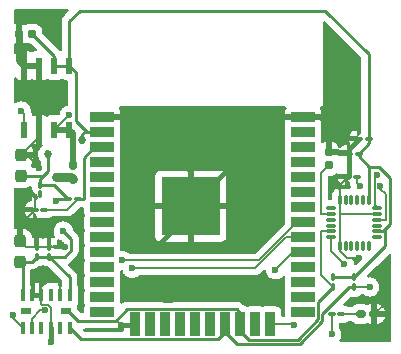
<source format=gtl>
G04 #@! TF.GenerationSoftware,KiCad,Pcbnew,(6.0.1-0)*
G04 #@! TF.CreationDate,2022-01-30T17:40:57-05:00*
G04 #@! TF.ProjectId,impact_v1.1,696d7061-6374-45f7-9631-2e312e6b6963,rev?*
G04 #@! TF.SameCoordinates,Original*
G04 #@! TF.FileFunction,Copper,L1,Top*
G04 #@! TF.FilePolarity,Positive*
%FSLAX46Y46*%
G04 Gerber Fmt 4.6, Leading zero omitted, Abs format (unit mm)*
G04 Created by KiCad (PCBNEW (6.0.1-0)) date 2022-01-30 17:40:57*
%MOMM*%
%LPD*%
G01*
G04 APERTURE LIST*
G04 Aperture macros list*
%AMRoundRect*
0 Rectangle with rounded corners*
0 $1 Rounding radius*
0 $2 $3 $4 $5 $6 $7 $8 $9 X,Y pos of 4 corners*
0 Add a 4 corners polygon primitive as box body*
4,1,4,$2,$3,$4,$5,$6,$7,$8,$9,$2,$3,0*
0 Add four circle primitives for the rounded corners*
1,1,$1+$1,$2,$3*
1,1,$1+$1,$4,$5*
1,1,$1+$1,$6,$7*
1,1,$1+$1,$8,$9*
0 Add four rect primitives between the rounded corners*
20,1,$1+$1,$2,$3,$4,$5,0*
20,1,$1+$1,$4,$5,$6,$7,0*
20,1,$1+$1,$6,$7,$8,$9,0*
20,1,$1+$1,$8,$9,$2,$3,0*%
G04 Aperture macros list end*
G04 #@! TA.AperFunction,SMDPad,CuDef*
%ADD10RoundRect,0.100000X0.217500X0.100000X-0.217500X0.100000X-0.217500X-0.100000X0.217500X-0.100000X0*%
G04 #@! TD*
G04 #@! TA.AperFunction,SMDPad,CuDef*
%ADD11R,0.533400X1.460500*%
G04 #@! TD*
G04 #@! TA.AperFunction,SMDPad,CuDef*
%ADD12RoundRect,0.100000X-0.100000X0.217500X-0.100000X-0.217500X0.100000X-0.217500X0.100000X0.217500X0*%
G04 #@! TD*
G04 #@! TA.AperFunction,SMDPad,CuDef*
%ADD13RoundRect,0.100000X0.100000X-0.217500X0.100000X0.217500X-0.100000X0.217500X-0.100000X-0.217500X0*%
G04 #@! TD*
G04 #@! TA.AperFunction,SMDPad,CuDef*
%ADD14RoundRect,0.160000X0.222500X0.160000X-0.222500X0.160000X-0.222500X-0.160000X0.222500X-0.160000X0*%
G04 #@! TD*
G04 #@! TA.AperFunction,SMDPad,CuDef*
%ADD15RoundRect,0.100000X-0.217500X-0.100000X0.217500X-0.100000X0.217500X0.100000X-0.217500X0.100000X0*%
G04 #@! TD*
G04 #@! TA.AperFunction,SMDPad,CuDef*
%ADD16R,0.449200X1.117800*%
G04 #@! TD*
G04 #@! TA.AperFunction,SMDPad,CuDef*
%ADD17R,0.813000X0.500000*%
G04 #@! TD*
G04 #@! TA.AperFunction,SMDPad,CuDef*
%ADD18RoundRect,0.160000X-0.160000X0.222500X-0.160000X-0.222500X0.160000X-0.222500X0.160000X0.222500X0*%
G04 #@! TD*
G04 #@! TA.AperFunction,SMDPad,CuDef*
%ADD19RoundRect,0.075000X0.075000X-0.350000X0.075000X0.350000X-0.075000X0.350000X-0.075000X-0.350000X0*%
G04 #@! TD*
G04 #@! TA.AperFunction,SMDPad,CuDef*
%ADD20RoundRect,0.075000X0.350000X0.075000X-0.350000X0.075000X-0.350000X-0.075000X0.350000X-0.075000X0*%
G04 #@! TD*
G04 #@! TA.AperFunction,SMDPad,CuDef*
%ADD21RoundRect,0.155000X0.155000X-0.212500X0.155000X0.212500X-0.155000X0.212500X-0.155000X-0.212500X0*%
G04 #@! TD*
G04 #@! TA.AperFunction,SMDPad,CuDef*
%ADD22RoundRect,0.237500X-0.237500X0.300000X-0.237500X-0.300000X0.237500X-0.300000X0.237500X0.300000X0*%
G04 #@! TD*
G04 #@! TA.AperFunction,SMDPad,CuDef*
%ADD23R,2.000000X0.900000*%
G04 #@! TD*
G04 #@! TA.AperFunction,SMDPad,CuDef*
%ADD24R,0.900000X2.000000*%
G04 #@! TD*
G04 #@! TA.AperFunction,SMDPad,CuDef*
%ADD25R,5.000000X5.000000*%
G04 #@! TD*
G04 #@! TA.AperFunction,SMDPad,CuDef*
%ADD26RoundRect,0.237500X0.237500X-0.300000X0.237500X0.300000X-0.237500X0.300000X-0.237500X-0.300000X0*%
G04 #@! TD*
G04 #@! TA.AperFunction,SMDPad,CuDef*
%ADD27RoundRect,0.155000X0.212500X0.155000X-0.212500X0.155000X-0.212500X-0.155000X0.212500X-0.155000X0*%
G04 #@! TD*
G04 #@! TA.AperFunction,ViaPad*
%ADD28C,0.600000*%
G04 #@! TD*
G04 #@! TA.AperFunction,ViaPad*
%ADD29C,0.685800*%
G04 #@! TD*
G04 #@! TA.AperFunction,Conductor*
%ADD30C,0.127000*%
G04 #@! TD*
G04 #@! TA.AperFunction,Conductor*
%ADD31C,0.254000*%
G04 #@! TD*
G04 #@! TA.AperFunction,Conductor*
%ADD32C,0.400000*%
G04 #@! TD*
G04 #@! TA.AperFunction,Conductor*
%ADD33C,0.150000*%
G04 #@! TD*
G04 #@! TA.AperFunction,Conductor*
%ADD34C,0.600000*%
G04 #@! TD*
G04 #@! TA.AperFunction,Conductor*
%ADD35C,0.200000*%
G04 #@! TD*
G04 #@! TA.AperFunction,Conductor*
%ADD36C,0.508000*%
G04 #@! TD*
G04 #@! TA.AperFunction,Conductor*
%ADD37C,0.762000*%
G04 #@! TD*
G04 APERTURE END LIST*
D10*
X165500000Y-90900000D03*
X164685000Y-90900000D03*
X164150000Y-102550000D03*
X163335000Y-102550000D03*
D11*
X141120000Y-81500000D03*
X139850000Y-81500000D03*
X138580000Y-81500000D03*
X137310000Y-81500000D03*
X137310000Y-86948300D03*
X138580000Y-86948300D03*
X139850000Y-86948300D03*
X141120000Y-86948300D03*
D12*
X163450000Y-99435000D03*
X163450000Y-100250000D03*
D13*
X139400000Y-97687500D03*
X139400000Y-96872500D03*
D14*
X166922500Y-102550000D03*
X165777500Y-102550000D03*
D15*
X164785000Y-88950000D03*
X165600000Y-88950000D03*
X141035000Y-92800000D03*
X141850000Y-92800000D03*
D10*
X166457500Y-87700000D03*
X165642500Y-87700000D03*
D16*
X141150002Y-100950000D03*
X140350001Y-100950000D03*
X139550000Y-100950000D03*
X138750002Y-100950000D03*
X137950001Y-100950000D03*
X137150002Y-100950000D03*
D17*
X137431503Y-102320901D03*
D16*
X137150000Y-103691802D03*
X137950001Y-103691802D03*
X138750002Y-103691802D03*
X139550000Y-103691802D03*
X140350001Y-103691802D03*
X141150000Y-103691802D03*
D17*
X140868499Y-102320901D03*
D18*
X141400000Y-89927500D03*
X141400000Y-91072500D03*
D19*
X164000000Y-96750000D03*
X164500000Y-96750000D03*
X165000000Y-96750000D03*
X165500000Y-96750000D03*
X166000000Y-96750000D03*
X166500000Y-96750000D03*
D20*
X167200000Y-96050000D03*
X167200000Y-95550000D03*
X167200000Y-95050000D03*
X167200000Y-94550000D03*
X167200000Y-94050000D03*
X167200000Y-93550000D03*
D19*
X166500000Y-92850000D03*
X166000000Y-92850000D03*
X165500000Y-92850000D03*
X165000000Y-92850000D03*
X164500000Y-92850000D03*
X164000000Y-92850000D03*
D20*
X163300000Y-93550000D03*
X163300000Y-94050000D03*
X163300000Y-94550000D03*
X163300000Y-95050000D03*
X163300000Y-95550000D03*
X163300000Y-96050000D03*
D12*
X138350000Y-96872500D03*
X138350000Y-97687500D03*
X165250000Y-99435000D03*
X165250000Y-100250000D03*
D21*
X163073800Y-89950000D03*
X163073800Y-88815000D03*
D10*
X139007500Y-93700000D03*
X138192500Y-93700000D03*
D12*
X138650000Y-91592500D03*
X138650000Y-92407500D03*
D22*
X136950000Y-96387500D03*
X136950000Y-98112500D03*
D23*
X143900000Y-85895000D03*
X143900000Y-87165000D03*
X143900000Y-88435000D03*
X143900000Y-89705000D03*
X143900000Y-90975000D03*
X143900000Y-92245000D03*
X143900000Y-93515000D03*
X143900000Y-94785000D03*
X143900000Y-96055000D03*
X143900000Y-97325000D03*
X143900000Y-98595000D03*
X143900000Y-99865000D03*
X143900000Y-101135000D03*
X143900000Y-102405000D03*
D24*
X146685000Y-103405000D03*
X147955000Y-103405000D03*
X149225000Y-103405000D03*
X150495000Y-103405000D03*
X151765000Y-103405000D03*
X153035000Y-103405000D03*
X154305000Y-103405000D03*
X155575000Y-103405000D03*
X156845000Y-103405000D03*
X158115000Y-103405000D03*
D23*
X160900000Y-102405000D03*
X160900000Y-101135000D03*
X160900000Y-99865000D03*
X160900000Y-98595000D03*
X160900000Y-97325000D03*
X160900000Y-96055000D03*
X160900000Y-94785000D03*
X160900000Y-93515000D03*
X160900000Y-92245000D03*
X160900000Y-90975000D03*
X160900000Y-89705000D03*
X160900000Y-88435000D03*
X160900000Y-87165000D03*
X160900000Y-85895000D03*
D25*
X151400000Y-93395000D03*
D26*
X137050000Y-90825000D03*
X137050000Y-89100000D03*
D27*
X137950000Y-78800000D03*
X136815000Y-78800000D03*
D28*
X139573000Y-104902000D03*
X145476373Y-103439373D03*
X137795000Y-92202000D03*
X165608000Y-97790000D03*
X138557000Y-90170000D03*
X140716000Y-96901000D03*
X167894000Y-101346000D03*
X148463000Y-96901000D03*
X139192000Y-98806000D03*
X151257000Y-99822000D03*
X149328011Y-101369989D03*
X139954000Y-92964000D03*
D29*
X142200000Y-87800000D03*
X139319000Y-89027000D03*
D28*
X140589000Y-95504000D03*
X167450000Y-91700000D03*
X165750000Y-91700000D03*
X141086711Y-85700000D03*
D29*
X140000000Y-90900000D03*
D28*
X137050000Y-85350000D03*
X166550000Y-100250000D03*
X164400000Y-98300000D03*
X160147000Y-103505000D03*
X163322000Y-104267000D03*
X158550000Y-98800000D03*
X167200000Y-90750000D03*
X146431000Y-98679000D03*
X139065000Y-102235000D03*
X136350000Y-102650000D03*
X145600000Y-98000000D03*
D30*
X139007500Y-93700000D02*
X140950000Y-93700000D01*
D31*
X143212978Y-88435000D02*
X142350000Y-89297978D01*
D30*
X140950000Y-93700000D02*
X141850000Y-92800000D01*
D31*
X142350000Y-92800000D02*
X141850000Y-92800000D01*
X143900000Y-88435000D02*
X143212978Y-88435000D01*
X142350000Y-89297978D02*
X142350000Y-92800000D01*
D32*
X151400000Y-93395000D02*
X151400000Y-90495000D01*
X158900000Y-85895000D02*
X160900000Y-85895000D01*
D33*
X138580000Y-81500000D02*
X137310000Y-81500000D01*
X139272734Y-101733489D02*
X139573000Y-102033755D01*
X138824591Y-101733489D02*
X139272734Y-101733489D01*
X137487000Y-89100000D02*
X137050000Y-89100000D01*
D32*
X164650000Y-88815000D02*
X164785000Y-88950000D01*
X139573000Y-104902000D02*
X139573000Y-103714802D01*
X164785000Y-90800000D02*
X164685000Y-90900000D01*
X151400000Y-90495000D02*
X146800000Y-85895000D01*
X163073800Y-86668800D02*
X163073800Y-88815000D01*
D34*
X136815000Y-78800000D02*
X136815000Y-81005000D01*
D33*
X138580000Y-87570000D02*
X138580000Y-86948300D01*
D35*
X164000000Y-92850000D02*
X164000000Y-94064000D01*
X164000000Y-94064000D02*
X167186000Y-94064000D01*
D33*
X138261750Y-92795750D02*
X137795000Y-92329000D01*
D32*
X164785000Y-88950000D02*
X164785000Y-88557500D01*
D33*
X137050000Y-89100000D02*
X138580000Y-87570000D01*
D34*
X136815000Y-81005000D02*
X137310000Y-81500000D01*
D33*
X138750002Y-100950000D02*
X138750002Y-100263998D01*
D35*
X164000000Y-97198000D02*
X164592000Y-97790000D01*
D33*
X137950001Y-100047999D02*
X139192000Y-98806000D01*
X138557000Y-90170000D02*
X137487000Y-89100000D01*
D32*
X163073800Y-88815000D02*
X164650000Y-88815000D01*
X149709011Y-101369989D02*
X151257000Y-99822000D01*
X145476373Y-103439373D02*
X146650627Y-103439373D01*
D33*
X139400000Y-96872500D02*
X138350000Y-96872500D01*
X139428500Y-96901000D02*
X139400000Y-96872500D01*
X137435000Y-96872500D02*
X136950000Y-96387500D01*
D32*
X164785000Y-88557500D02*
X165642500Y-87700000D01*
D33*
X138580000Y-86948300D02*
X138580000Y-81500000D01*
D35*
X164000000Y-96750000D02*
X164000000Y-97198000D01*
D32*
X148463000Y-96901000D02*
X151400000Y-93964000D01*
D33*
X138750002Y-100263998D02*
X139192000Y-99822000D01*
D35*
X164000000Y-94064000D02*
X164000000Y-96750000D01*
D33*
X137795000Y-92329000D02*
X137795000Y-92202000D01*
X140208000Y-99822000D02*
X140350001Y-99964001D01*
X138192500Y-92865000D02*
X138261750Y-92795750D01*
D35*
X167894000Y-101346000D02*
X167894000Y-101578500D01*
D33*
X139573000Y-102033755D02*
X139573000Y-103668802D01*
D32*
X164785000Y-88950000D02*
X164785000Y-90800000D01*
D35*
X167186000Y-94064000D02*
X167200000Y-94050000D01*
D33*
X140350001Y-99964001D02*
X140350001Y-100950000D01*
X138192500Y-93700000D02*
X138192500Y-92865000D01*
D32*
X151400000Y-93964000D02*
X151400000Y-93395000D01*
X151400000Y-93395000D02*
X158900000Y-85895000D01*
D33*
X140716000Y-96901000D02*
X139428500Y-96901000D01*
D32*
X162300000Y-85895000D02*
X163073800Y-86668800D01*
D33*
X138261750Y-92795750D02*
X138650000Y-92407500D01*
D35*
X164592000Y-97790000D02*
X165608000Y-97790000D01*
D33*
X139192000Y-99822000D02*
X140208000Y-99822000D01*
D35*
X167894000Y-101578500D02*
X166922500Y-102550000D01*
D32*
X146800000Y-85895000D02*
X143900000Y-85895000D01*
D35*
X164000000Y-91585000D02*
X164685000Y-90900000D01*
D33*
X138750002Y-100950000D02*
X138750002Y-101658900D01*
D35*
X164000000Y-92850000D02*
X164000000Y-91585000D01*
D33*
X137950001Y-100950000D02*
X138750002Y-100950000D01*
X139573000Y-103668802D02*
X139550000Y-103691802D01*
X138750002Y-101658900D02*
X138824591Y-101733489D01*
X136950000Y-94942500D02*
X138192500Y-93700000D01*
X136950000Y-96387500D02*
X136950000Y-94942500D01*
D32*
X139573000Y-103714802D02*
X139550000Y-103691802D01*
D33*
X138350000Y-96872500D02*
X137435000Y-96872500D01*
D32*
X160900000Y-85895000D02*
X162300000Y-85895000D01*
X149328011Y-101369989D02*
X149709011Y-101369989D01*
D33*
X137950001Y-100950000D02*
X137950001Y-100047999D01*
D32*
X146650627Y-103439373D02*
X146685000Y-103405000D01*
D31*
X141150002Y-99437502D02*
X141150002Y-100950000D01*
X141035000Y-92800000D02*
X140118000Y-92800000D01*
X138350000Y-97687500D02*
X139400000Y-97687500D01*
X141120000Y-81500000D02*
X141120000Y-77730000D01*
X139850000Y-81500000D02*
X141120000Y-81500000D01*
X166457500Y-88092500D02*
X165600000Y-88950000D01*
X141120000Y-81500000D02*
X141640211Y-82020211D01*
X165250000Y-99435000D02*
X167878520Y-96806480D01*
X167878520Y-95361520D02*
X167878520Y-96806480D01*
X138918000Y-90825000D02*
X138650000Y-91093000D01*
X166500000Y-90067548D02*
X166500000Y-92850000D01*
X142200000Y-87300000D02*
X142200000Y-87800000D01*
X166500000Y-90067548D02*
X167300332Y-90067548D01*
X137150002Y-98312502D02*
X137150002Y-100950000D01*
X142646000Y-87165000D02*
X143900000Y-87165000D01*
X163450000Y-99435000D02*
X165250000Y-99435000D01*
X165600000Y-88950000D02*
X165600000Y-89167548D01*
X140712284Y-97687500D02*
X139400000Y-97687500D01*
X142000000Y-76850000D02*
X162750000Y-76850000D01*
X140118000Y-92800000D02*
X139954000Y-92964000D01*
X167594000Y-95550000D02*
X167200000Y-95550000D01*
X138650000Y-91093000D02*
X138650000Y-91592500D01*
X168228520Y-94915480D02*
X167830500Y-95313500D01*
X165600000Y-89167548D02*
X166500000Y-90067548D01*
X141640211Y-86159211D02*
X142490500Y-87009500D01*
X138650000Y-91592500D02*
X139827500Y-91592500D01*
X141269511Y-96184511D02*
X141269511Y-97130273D01*
X141120000Y-77730000D02*
X142000000Y-76850000D01*
X138590000Y-90825000D02*
X138918000Y-90825000D01*
X141269511Y-97130273D02*
X140712284Y-97687500D01*
X142490500Y-87009500D02*
X142200000Y-87300000D01*
X137050000Y-90825000D02*
X138590000Y-90825000D01*
X167830500Y-95313500D02*
X167594000Y-95550000D01*
X138918000Y-90825000D02*
X139319000Y-90424000D01*
X167300332Y-90067548D02*
X168228520Y-90995736D01*
X167830500Y-95313500D02*
X167878520Y-95361520D01*
X140589000Y-95504000D02*
X141269511Y-96184511D01*
X137925000Y-98112500D02*
X138350000Y-97687500D01*
X139400000Y-97687500D02*
X141150002Y-99437502D01*
X136950000Y-98112500D02*
X137150002Y-98312502D01*
X166457500Y-80557500D02*
X166457500Y-87700000D01*
X137950000Y-78800000D02*
X139850000Y-80700000D01*
X162750000Y-76850000D02*
X166457500Y-80557500D01*
X141640211Y-82020211D02*
X141640211Y-86159211D01*
X166457500Y-87700000D02*
X166457500Y-88092500D01*
X139827500Y-91592500D02*
X141035000Y-92800000D01*
X136950000Y-98112500D02*
X137925000Y-98112500D01*
X142490500Y-87009500D02*
X142646000Y-87165000D01*
X139319000Y-90424000D02*
X139319000Y-89027000D01*
X139850000Y-80700000D02*
X139850000Y-81500000D01*
X168228520Y-90995736D02*
X168228520Y-94915480D01*
D33*
X167450000Y-91700000D02*
X167450000Y-91950000D01*
X167250000Y-94600000D02*
X167200000Y-94550000D01*
X167450000Y-91950000D02*
X167900000Y-92400000D01*
X167900000Y-92400000D02*
X167900000Y-94550000D01*
X167850000Y-94600000D02*
X167250000Y-94600000D01*
X165500000Y-90900000D02*
X165500000Y-91450000D01*
X167900000Y-94550000D02*
X167850000Y-94600000D01*
X165500000Y-91450000D02*
X165750000Y-91700000D01*
D30*
X162400000Y-94000000D02*
X162400000Y-90623800D01*
X163300000Y-94050000D02*
X162450000Y-94050000D01*
X162400000Y-90623800D02*
X163073800Y-89950000D01*
X162450000Y-94050000D02*
X162400000Y-94000000D01*
D35*
X141086711Y-85711589D02*
X139850000Y-86948300D01*
D36*
X141400000Y-87228300D02*
X141120000Y-86948300D01*
X141400000Y-89927500D02*
X141400000Y-87228300D01*
X141120000Y-86948300D02*
X139850000Y-86948300D01*
D35*
X141086711Y-85700000D02*
X141086711Y-85711589D01*
D37*
X141227500Y-90900000D02*
X141400000Y-91072500D01*
X140000000Y-90900000D02*
X141227500Y-90900000D01*
D33*
X164150000Y-102550000D02*
X165777500Y-102550000D01*
D35*
X137310000Y-86948300D02*
X137310000Y-85610000D01*
X137310000Y-85610000D02*
X137050000Y-85350000D01*
D33*
X163300000Y-95550000D02*
X162450000Y-95550000D01*
D31*
X145981489Y-102151489D02*
X155301489Y-102151489D01*
X141812609Y-103108511D02*
X145024467Y-103108511D01*
X156320000Y-104700000D02*
X155575000Y-103955000D01*
X160450000Y-104700000D02*
X156320000Y-104700000D01*
X155301489Y-102151489D02*
X155575000Y-102425000D01*
X155575000Y-102425000D02*
X155575000Y-103405000D01*
X162153511Y-102996489D02*
X160450000Y-104700000D01*
X145024467Y-103108511D02*
X145981489Y-102151489D01*
D33*
X162400000Y-99200000D02*
X163450000Y-100250000D01*
X162400000Y-95600000D02*
X162400000Y-99200000D01*
D31*
X163450000Y-100250000D02*
X162153511Y-101546489D01*
X140868499Y-102320901D02*
X141024999Y-102320901D01*
X155575000Y-103955000D02*
X155575000Y-103405000D01*
D33*
X162450000Y-95550000D02*
X162400000Y-95600000D01*
D31*
X162153511Y-101546489D02*
X162153511Y-102996489D01*
X141024999Y-102320901D02*
X141812609Y-103108511D01*
X162534030Y-103154106D02*
X160607617Y-105080519D01*
X164817548Y-100250000D02*
X162534031Y-102533517D01*
D33*
X166550000Y-100250000D02*
X165250000Y-100250000D01*
X163300000Y-96050000D02*
X163300000Y-97200000D01*
D31*
X153738511Y-104658511D02*
X154305000Y-104092022D01*
X155293497Y-105080519D02*
X154305000Y-104092022D01*
X154305000Y-104092022D02*
X154305000Y-103405000D01*
X160607617Y-105080519D02*
X155293497Y-105080519D01*
X142116709Y-104658511D02*
X153738511Y-104658511D01*
X165250000Y-100250000D02*
X164817548Y-100250000D01*
X162534031Y-102533517D02*
X162534030Y-103154106D01*
X141150000Y-103691802D02*
X142116709Y-104658511D01*
D33*
X163300000Y-97200000D02*
X164400000Y-98300000D01*
D35*
X163322000Y-104267000D02*
X163322000Y-102563000D01*
X158115000Y-103405000D02*
X160047000Y-103405000D01*
X160047000Y-103405000D02*
X160147000Y-103505000D01*
X163322000Y-102563000D02*
X163335000Y-102550000D01*
D33*
X160025000Y-97325000D02*
X160900000Y-97325000D01*
X166948489Y-91001511D02*
X167100000Y-90850000D01*
X166948489Y-93298489D02*
X166948489Y-91001511D01*
X167200000Y-93550000D02*
X166948489Y-93298489D01*
X167100000Y-90850000D02*
X167200000Y-90750000D01*
X158550000Y-98800000D02*
X160025000Y-97325000D01*
X139065000Y-102235000D02*
X138633200Y-102235000D01*
X138633200Y-102235000D02*
X137947400Y-102920800D01*
X160900000Y-96055000D02*
X159471058Y-96055000D01*
X159471058Y-96055000D02*
X156847058Y-98679000D01*
X137950001Y-102923401D02*
X137950001Y-103691802D01*
X137947400Y-102920800D02*
X137950001Y-102923401D01*
X156847058Y-98679000D02*
X146431000Y-98679000D01*
X160900000Y-94785000D02*
X160350000Y-94785000D01*
X136350000Y-102891802D02*
X137150000Y-103691802D01*
X157135000Y-98000000D02*
X145600000Y-98000000D01*
X160350000Y-94785000D02*
X157135000Y-98000000D01*
X136350000Y-102650000D02*
X136350000Y-102891802D01*
G04 #@! TA.AperFunction,Conductor*
G36*
X168266833Y-97421067D02*
G01*
X168323668Y-97463614D01*
X168348479Y-97530134D01*
X168348800Y-97539123D01*
X168348800Y-104776000D01*
X168328798Y-104844121D01*
X168275142Y-104890614D01*
X168222800Y-104902000D01*
X164105830Y-104902000D01*
X164037709Y-104881998D01*
X163991216Y-104828342D01*
X163981112Y-104758068D01*
X164000882Y-104706273D01*
X164021544Y-104675174D01*
X164045643Y-104638902D01*
X164087423Y-104528917D01*
X164107555Y-104475920D01*
X164107556Y-104475918D01*
X164110055Y-104469338D01*
X164111035Y-104462366D01*
X164134748Y-104293639D01*
X164134748Y-104293636D01*
X164135299Y-104289717D01*
X164135616Y-104267000D01*
X164115397Y-104086745D01*
X164113080Y-104080091D01*
X164058064Y-103922106D01*
X164058062Y-103922103D01*
X164055745Y-103915448D01*
X163959626Y-103761624D01*
X163957215Y-103759196D01*
X163931117Y-103694716D01*
X163930500Y-103682263D01*
X163930500Y-103384500D01*
X163950502Y-103316379D01*
X164004158Y-103269886D01*
X164056500Y-103258500D01*
X164392274Y-103258499D01*
X164407384Y-103258499D01*
X164411469Y-103257961D01*
X164411473Y-103257961D01*
X164518163Y-103243916D01*
X164518165Y-103243916D01*
X164526350Y-103242838D01*
X164600363Y-103212181D01*
X164666748Y-103184684D01*
X164666750Y-103184683D01*
X164674376Y-103181524D01*
X164703028Y-103159538D01*
X164769248Y-103133937D01*
X164779733Y-103133500D01*
X164980862Y-103133500D01*
X165048983Y-103153502D01*
X165069957Y-103170405D01*
X165139482Y-103239930D01*
X165277882Y-103323748D01*
X165285129Y-103326019D01*
X165285131Y-103326020D01*
X165347285Y-103345498D01*
X165432281Y-103372134D01*
X165501563Y-103378500D01*
X165504461Y-103378500D01*
X165778215Y-103378499D01*
X166053436Y-103378499D01*
X166056295Y-103378236D01*
X166056303Y-103378236D01*
X166090184Y-103375123D01*
X166122719Y-103372134D01*
X166161809Y-103359884D01*
X166269869Y-103326020D01*
X166269871Y-103326019D01*
X166277118Y-103323748D01*
X166285210Y-103318847D01*
X166286527Y-103318498D01*
X166290539Y-103316687D01*
X166290841Y-103317356D01*
X166353840Y-103300667D01*
X166409337Y-103316962D01*
X166409669Y-103316228D01*
X166414937Y-103318606D01*
X166415756Y-103318847D01*
X166416595Y-103319355D01*
X166430339Y-103325561D01*
X166570989Y-103369637D01*
X166584036Y-103372250D01*
X166643718Y-103377734D01*
X166649507Y-103378000D01*
X166650385Y-103378000D01*
X166665624Y-103373525D01*
X166666829Y-103372135D01*
X166668500Y-103364452D01*
X166668500Y-103359884D01*
X167176500Y-103359884D01*
X167180975Y-103375123D01*
X167182365Y-103376328D01*
X167190048Y-103377999D01*
X167195507Y-103377999D01*
X167201257Y-103377736D01*
X167260973Y-103372249D01*
X167274006Y-103369639D01*
X167414661Y-103325561D01*
X167428406Y-103319355D01*
X167553711Y-103243467D01*
X167565580Y-103234160D01*
X167669160Y-103130580D01*
X167678467Y-103118711D01*
X167754355Y-102993406D01*
X167760561Y-102979661D01*
X167804639Y-102839006D01*
X167807249Y-102825973D01*
X167807611Y-102822039D01*
X167804688Y-102807165D01*
X167792793Y-102804000D01*
X167194615Y-102804000D01*
X167179376Y-102808475D01*
X167178171Y-102809865D01*
X167176500Y-102817548D01*
X167176500Y-103359884D01*
X166668500Y-103359884D01*
X166668500Y-102277885D01*
X167176500Y-102277885D01*
X167180975Y-102293124D01*
X167182365Y-102294329D01*
X167190048Y-102296000D01*
X167791153Y-102296000D01*
X167805698Y-102291729D01*
X167807761Y-102279596D01*
X167807249Y-102274027D01*
X167804639Y-102260994D01*
X167760561Y-102120339D01*
X167754355Y-102106594D01*
X167678467Y-101981289D01*
X167669160Y-101969420D01*
X167565580Y-101865840D01*
X167553711Y-101856533D01*
X167428406Y-101780645D01*
X167414661Y-101774439D01*
X167274011Y-101730363D01*
X167260964Y-101727750D01*
X167201282Y-101722266D01*
X167195493Y-101722000D01*
X167194615Y-101722000D01*
X167179376Y-101726475D01*
X167178171Y-101727865D01*
X167176500Y-101735548D01*
X167176500Y-102277885D01*
X166668500Y-102277885D01*
X166668500Y-101740116D01*
X166664025Y-101724877D01*
X166662635Y-101723672D01*
X166654952Y-101722001D01*
X166649493Y-101722001D01*
X166643743Y-101722264D01*
X166584027Y-101727751D01*
X166570994Y-101730361D01*
X166430339Y-101774439D01*
X166416595Y-101780645D01*
X166415756Y-101781153D01*
X166415063Y-101781337D01*
X166409669Y-101783772D01*
X166409263Y-101782873D01*
X166347127Y-101799333D01*
X166290776Y-101782787D01*
X166290539Y-101783313D01*
X166286767Y-101781610D01*
X166285211Y-101781153D01*
X166283617Y-101780188D01*
X166283615Y-101780187D01*
X166277118Y-101776252D01*
X166269871Y-101773981D01*
X166269869Y-101773980D01*
X166184404Y-101747197D01*
X166122719Y-101727866D01*
X166053437Y-101721500D01*
X166050539Y-101721500D01*
X165776785Y-101721501D01*
X165501564Y-101721501D01*
X165498705Y-101721764D01*
X165498697Y-101721764D01*
X165464924Y-101724867D01*
X165432281Y-101727866D01*
X165425903Y-101729865D01*
X165425902Y-101729865D01*
X165285131Y-101773980D01*
X165285129Y-101773981D01*
X165277882Y-101776252D01*
X165139482Y-101860070D01*
X165069957Y-101929595D01*
X165007645Y-101963621D01*
X164980862Y-101966500D01*
X164779732Y-101966500D01*
X164711611Y-101946498D01*
X164703029Y-101940463D01*
X164691026Y-101931253D01*
X164674375Y-101918476D01*
X164526350Y-101857162D01*
X164410974Y-101841972D01*
X164346048Y-101813251D01*
X164306956Y-101753986D01*
X164306111Y-101682994D01*
X164338325Y-101627956D01*
X164873389Y-101092891D01*
X164935702Y-101058866D01*
X164990758Y-101060176D01*
X164991150Y-101060338D01*
X165090374Y-101073401D01*
X165106021Y-101075461D01*
X165110115Y-101076000D01*
X165249983Y-101076000D01*
X165389884Y-101075999D01*
X165393969Y-101075461D01*
X165393973Y-101075461D01*
X165500663Y-101061416D01*
X165500665Y-101061416D01*
X165508850Y-101060338D01*
X165582863Y-101029681D01*
X165649248Y-101002184D01*
X165649250Y-101002183D01*
X165656876Y-100999024D01*
X165783987Y-100901487D01*
X165789010Y-100894941D01*
X165789013Y-100894938D01*
X165798330Y-100882796D01*
X165855668Y-100840929D01*
X165898292Y-100833500D01*
X165935985Y-100833500D01*
X166004106Y-100853502D01*
X166021026Y-100867382D01*
X166021059Y-100867343D01*
X166026488Y-100871834D01*
X166031382Y-100876902D01*
X166183159Y-100976222D01*
X166189763Y-100978678D01*
X166189765Y-100978679D01*
X166346558Y-101036990D01*
X166346560Y-101036990D01*
X166353168Y-101039448D01*
X166421758Y-101048600D01*
X166525980Y-101062507D01*
X166525984Y-101062507D01*
X166532961Y-101063438D01*
X166539972Y-101062800D01*
X166539976Y-101062800D01*
X166682459Y-101049832D01*
X166713600Y-101046998D01*
X166720302Y-101044820D01*
X166720304Y-101044820D01*
X166879409Y-100993124D01*
X166879412Y-100993123D01*
X166886108Y-100990947D01*
X166982513Y-100933478D01*
X167035860Y-100901677D01*
X167035862Y-100901676D01*
X167041912Y-100898069D01*
X167173266Y-100772982D01*
X167273643Y-100621902D01*
X167319950Y-100500000D01*
X167335555Y-100458920D01*
X167335556Y-100458918D01*
X167338055Y-100452338D01*
X167345920Y-100396378D01*
X167362748Y-100276639D01*
X167362748Y-100276636D01*
X167363299Y-100272717D01*
X167363616Y-100250000D01*
X167343397Y-100069745D01*
X167332118Y-100037355D01*
X167286064Y-99905106D01*
X167286062Y-99905103D01*
X167283745Y-99898448D01*
X167187626Y-99744624D01*
X167169273Y-99726142D01*
X167064778Y-99620915D01*
X167064774Y-99620912D01*
X167059815Y-99615918D01*
X167048697Y-99608862D01*
X167000538Y-99578300D01*
X166906666Y-99518727D01*
X166875600Y-99507665D01*
X166742425Y-99460243D01*
X166742420Y-99460242D01*
X166735790Y-99457881D01*
X166728802Y-99457048D01*
X166728799Y-99457047D01*
X166605698Y-99442368D01*
X166555680Y-99436404D01*
X166548677Y-99437140D01*
X166548676Y-99437140D01*
X166501547Y-99442094D01*
X166453230Y-99447172D01*
X166383392Y-99434400D01*
X166331546Y-99385898D01*
X166314151Y-99317065D01*
X166336732Y-99249755D01*
X166350965Y-99232767D01*
X167144049Y-98439684D01*
X168133705Y-97450028D01*
X168196017Y-97416002D01*
X168266833Y-97421067D01*
G37*
G04 #@! TD.AperFunction*
G04 #@! TA.AperFunction,Conductor*
G36*
X145645032Y-103490844D02*
G01*
X145701868Y-103533391D01*
X145726679Y-103599911D01*
X145727000Y-103608900D01*
X145727001Y-103897011D01*
X145706999Y-103965131D01*
X145653344Y-104011624D01*
X145601001Y-104023011D01*
X142432131Y-104023011D01*
X142364010Y-104003009D01*
X142343036Y-103986106D01*
X142316036Y-103959106D01*
X142282010Y-103896794D01*
X142287075Y-103825979D01*
X142329622Y-103769143D01*
X142396142Y-103744332D01*
X142405131Y-103744011D01*
X144945447Y-103744011D01*
X144956681Y-103744541D01*
X144964186Y-103746219D01*
X145032479Y-103744073D01*
X145036436Y-103744011D01*
X145064450Y-103744011D01*
X145068375Y-103743515D01*
X145068376Y-103743515D01*
X145068471Y-103743503D01*
X145080316Y-103742570D01*
X145110137Y-103741633D01*
X145116749Y-103741425D01*
X145116750Y-103741425D01*
X145124672Y-103741176D01*
X145144216Y-103735498D01*
X145163579Y-103731488D01*
X145175907Y-103729931D01*
X145175909Y-103729931D01*
X145183766Y-103728938D01*
X145191130Y-103726022D01*
X145191135Y-103726021D01*
X145225023Y-103712604D01*
X145236252Y-103708759D01*
X145252932Y-103703913D01*
X145278860Y-103696380D01*
X145285687Y-103692342D01*
X145285690Y-103692341D01*
X145296373Y-103686023D01*
X145314131Y-103677323D01*
X145325682Y-103672750D01*
X145325688Y-103672746D01*
X145333055Y-103669830D01*
X145368958Y-103643745D01*
X145378877Y-103637230D01*
X145410235Y-103618685D01*
X145410239Y-103618682D01*
X145417065Y-103614645D01*
X145431449Y-103600261D01*
X145446483Y-103587420D01*
X145456540Y-103580113D01*
X145462954Y-103575453D01*
X145491245Y-103541255D01*
X145499234Y-103532476D01*
X145511905Y-103519805D01*
X145574217Y-103485779D01*
X145645032Y-103490844D01*
G37*
G04 #@! TD.AperFunction*
G04 #@! TA.AperFunction,Conductor*
G36*
X157665583Y-98789834D02*
G01*
X157722419Y-98832381D01*
X157746950Y-98895595D01*
X157754163Y-98969160D01*
X157811418Y-99141273D01*
X157815065Y-99147295D01*
X157815066Y-99147297D01*
X157900003Y-99287545D01*
X157905380Y-99296424D01*
X157910269Y-99301487D01*
X157910270Y-99301488D01*
X157976705Y-99370283D01*
X158031382Y-99426902D01*
X158091115Y-99465990D01*
X158164204Y-99513818D01*
X158183159Y-99526222D01*
X158189763Y-99528678D01*
X158189765Y-99528679D01*
X158346558Y-99586990D01*
X158346560Y-99586990D01*
X158353168Y-99589448D01*
X158436995Y-99600633D01*
X158525980Y-99612507D01*
X158525984Y-99612507D01*
X158532961Y-99613438D01*
X158539972Y-99612800D01*
X158539976Y-99612800D01*
X158682459Y-99599832D01*
X158713600Y-99596998D01*
X158720302Y-99594820D01*
X158720304Y-99594820D01*
X158879409Y-99543124D01*
X158879412Y-99543123D01*
X158886108Y-99540947D01*
X158995061Y-99475998D01*
X159035860Y-99451677D01*
X159035862Y-99451676D01*
X159041912Y-99448069D01*
X159173266Y-99322982D01*
X159173871Y-99323617D01*
X159228082Y-99287545D01*
X159299070Y-99286415D01*
X159359399Y-99323843D01*
X159389916Y-99387947D01*
X159391500Y-99407861D01*
X159391500Y-100363134D01*
X159398255Y-100425316D01*
X159409672Y-100455771D01*
X159414855Y-100526577D01*
X159409674Y-100544224D01*
X159398255Y-100574684D01*
X159391500Y-100636866D01*
X159391500Y-101633134D01*
X159398255Y-101695316D01*
X159409672Y-101725771D01*
X159414855Y-101796577D01*
X159409674Y-101814224D01*
X159398255Y-101844684D01*
X159391500Y-101906866D01*
X159391500Y-102670500D01*
X159371498Y-102738621D01*
X159317842Y-102785114D01*
X159265500Y-102796500D01*
X159199500Y-102796500D01*
X159131379Y-102776498D01*
X159084886Y-102722842D01*
X159073500Y-102670500D01*
X159073500Y-102356866D01*
X159066745Y-102294684D01*
X159015615Y-102158295D01*
X158928261Y-102041739D01*
X158811705Y-101954385D01*
X158675316Y-101903255D01*
X158613134Y-101896500D01*
X157616866Y-101896500D01*
X157554684Y-101903255D01*
X157524229Y-101914672D01*
X157453423Y-101919855D01*
X157435776Y-101914674D01*
X157405316Y-101903255D01*
X157343134Y-101896500D01*
X156346866Y-101896500D01*
X156284684Y-101903255D01*
X156254229Y-101914672D01*
X156183423Y-101919855D01*
X156165776Y-101914674D01*
X156135316Y-101903255D01*
X156073134Y-101896500D01*
X155997423Y-101896500D01*
X155929302Y-101876498D01*
X155908327Y-101859595D01*
X155862964Y-101814231D01*
X155806739Y-101758006D01*
X155799166Y-101749684D01*
X155795042Y-101743186D01*
X155745222Y-101696402D01*
X155742381Y-101693648D01*
X155722583Y-101673850D01*
X155719458Y-101671426D01*
X155719449Y-101671418D01*
X155719363Y-101671352D01*
X155710338Y-101663644D01*
X155683774Y-101638699D01*
X155677995Y-101633272D01*
X155660158Y-101623466D01*
X155643642Y-101612616D01*
X155627556Y-101600139D01*
X155586823Y-101582513D01*
X155576175Y-101577296D01*
X155551300Y-101563621D01*
X155537292Y-101555920D01*
X155529617Y-101553949D01*
X155529611Y-101553947D01*
X155517578Y-101550858D01*
X155498876Y-101544455D01*
X155480197Y-101536372D01*
X155440402Y-101530069D01*
X155436362Y-101529429D01*
X155424749Y-101527024D01*
X155381771Y-101515989D01*
X155361424Y-101515989D01*
X155341713Y-101514438D01*
X155329439Y-101512494D01*
X155321610Y-101511254D01*
X155313718Y-101512000D01*
X155277433Y-101515430D01*
X155265575Y-101515989D01*
X146060509Y-101515989D01*
X146049280Y-101515460D01*
X146041770Y-101513781D01*
X146033844Y-101514030D01*
X146033843Y-101514030D01*
X145973491Y-101515927D01*
X145969533Y-101515989D01*
X145941506Y-101515989D01*
X145937460Y-101516500D01*
X145925632Y-101517431D01*
X145881284Y-101518825D01*
X145873667Y-101521038D01*
X145861742Y-101524502D01*
X145842383Y-101528511D01*
X145841122Y-101528670D01*
X145822190Y-101531062D01*
X145814826Y-101533978D01*
X145814821Y-101533979D01*
X145792910Y-101542655D01*
X145780917Y-101547403D01*
X145769713Y-101551240D01*
X145727096Y-101563621D01*
X145717737Y-101569156D01*
X145709583Y-101573978D01*
X145691832Y-101582674D01*
X145680274Y-101587250D01*
X145680269Y-101587253D01*
X145672901Y-101590170D01*
X145666486Y-101594831D01*
X145636996Y-101616256D01*
X145627080Y-101622770D01*
X145609555Y-101633134D01*
X145598638Y-101639590D01*
X145529822Y-101657049D01*
X145462491Y-101634532D01*
X145418022Y-101579187D01*
X145408500Y-101531136D01*
X145408500Y-100636866D01*
X145401745Y-100574684D01*
X145390328Y-100544229D01*
X145385145Y-100473423D01*
X145390326Y-100455776D01*
X145401745Y-100425316D01*
X145408500Y-100363134D01*
X145408500Y-99366866D01*
X145401745Y-99304684D01*
X145390328Y-99274229D01*
X145385145Y-99203423D01*
X145390326Y-99185776D01*
X145401745Y-99155316D01*
X145408500Y-99093134D01*
X145408500Y-98944732D01*
X145428502Y-98876611D01*
X145482158Y-98830118D01*
X145552432Y-98820014D01*
X145617012Y-98849508D01*
X145654058Y-98904960D01*
X145692418Y-99020273D01*
X145696065Y-99026295D01*
X145696066Y-99026297D01*
X145769445Y-99147460D01*
X145786380Y-99175424D01*
X145791269Y-99180487D01*
X145791270Y-99180488D01*
X145855965Y-99247481D01*
X145912382Y-99305902D01*
X145948728Y-99329686D01*
X146052388Y-99397519D01*
X146064159Y-99405222D01*
X146070763Y-99407678D01*
X146070765Y-99407679D01*
X146227558Y-99465990D01*
X146227560Y-99465990D01*
X146234168Y-99468448D01*
X146317995Y-99479633D01*
X146406980Y-99491507D01*
X146406984Y-99491507D01*
X146413961Y-99492438D01*
X146420972Y-99491800D01*
X146420976Y-99491800D01*
X146563459Y-99478832D01*
X146594600Y-99475998D01*
X146601302Y-99473820D01*
X146601304Y-99473820D01*
X146760409Y-99422124D01*
X146760412Y-99422123D01*
X146767108Y-99419947D01*
X146863513Y-99362478D01*
X146916860Y-99330677D01*
X146916862Y-99330676D01*
X146922912Y-99327069D01*
X146944662Y-99306356D01*
X146954221Y-99297254D01*
X147017346Y-99264762D01*
X147041113Y-99262500D01*
X156800555Y-99262500D01*
X156817002Y-99263578D01*
X156847058Y-99267535D01*
X156855246Y-99266457D01*
X156885302Y-99262500D01*
X156982109Y-99249755D01*
X156999382Y-99247481D01*
X157141325Y-99188686D01*
X157263215Y-99095157D01*
X157281677Y-99071097D01*
X157292544Y-99058707D01*
X157532456Y-98818795D01*
X157594768Y-98784769D01*
X157665583Y-98789834D01*
G37*
G04 #@! TD.AperFunction*
G04 #@! TA.AperFunction,Conductor*
G36*
X137885420Y-91718930D02*
G01*
X137930991Y-91773371D01*
X137941501Y-91823751D01*
X137941501Y-91849884D01*
X137942039Y-91853969D01*
X137942039Y-91853973D01*
X137956083Y-91960655D01*
X137957162Y-91968850D01*
X137958148Y-91971230D01*
X137958148Y-92033590D01*
X137956571Y-92039474D01*
X137942538Y-92146066D01*
X137942000Y-92154275D01*
X137942000Y-92189385D01*
X137946475Y-92204624D01*
X137947865Y-92205829D01*
X137955548Y-92207500D01*
X138028860Y-92207500D01*
X138096981Y-92227502D01*
X138113706Y-92240981D01*
X138116013Y-92243987D01*
X138243125Y-92341524D01*
X138300021Y-92365091D01*
X138355302Y-92409639D01*
X138377723Y-92477003D01*
X138360165Y-92545794D01*
X138308203Y-92594172D01*
X138251803Y-92607500D01*
X137960116Y-92607500D01*
X137944877Y-92611975D01*
X137943672Y-92613365D01*
X137942001Y-92621048D01*
X137942001Y-92660723D01*
X137942539Y-92668935D01*
X137956572Y-92775533D01*
X137960810Y-92791348D01*
X137975459Y-92826715D01*
X137983048Y-92897305D01*
X137951269Y-92960792D01*
X137890210Y-92997019D01*
X137875495Y-92999855D01*
X137824467Y-93006572D01*
X137808652Y-93010810D01*
X137676007Y-93065753D01*
X137661824Y-93073941D01*
X137547920Y-93161344D01*
X137536344Y-93172920D01*
X137448941Y-93286824D01*
X137440753Y-93301007D01*
X137385811Y-93433649D01*
X137381572Y-93449469D01*
X137377284Y-93482040D01*
X137379495Y-93496222D01*
X137392652Y-93500000D01*
X138055500Y-93500000D01*
X138123621Y-93520002D01*
X138170114Y-93573658D01*
X138181500Y-93625999D01*
X138181501Y-93794621D01*
X138161499Y-93862742D01*
X138107844Y-93909235D01*
X138037570Y-93919340D01*
X138010019Y-93906758D01*
X137978952Y-93900000D01*
X137393035Y-93900000D01*
X137379264Y-93904044D01*
X137377235Y-93917583D01*
X137381572Y-93950533D01*
X137385810Y-93966348D01*
X137440753Y-94098993D01*
X137448941Y-94113176D01*
X137536344Y-94227080D01*
X137547920Y-94238656D01*
X137661824Y-94326059D01*
X137676007Y-94334247D01*
X137808650Y-94389190D01*
X137824468Y-94393428D01*
X137931066Y-94407462D01*
X137939275Y-94408000D01*
X137974385Y-94408000D01*
X137989624Y-94403525D01*
X137990829Y-94402135D01*
X137992500Y-94394452D01*
X137992500Y-94098198D01*
X138012502Y-94030077D01*
X138066158Y-93983584D01*
X138136432Y-93973480D01*
X138201012Y-94002974D01*
X138234909Y-94049980D01*
X138255211Y-94098993D01*
X138258476Y-94106876D01*
X138263502Y-94113426D01*
X138328475Y-94198099D01*
X138356013Y-94233987D01*
X138357118Y-94234835D01*
X138389621Y-94294358D01*
X138392500Y-94321141D01*
X138392500Y-94389884D01*
X138396975Y-94405123D01*
X138398365Y-94406328D01*
X138406048Y-94407999D01*
X138445723Y-94407999D01*
X138453935Y-94407461D01*
X138560525Y-94393429D01*
X138566409Y-94391852D01*
X138628770Y-94391852D01*
X138631150Y-94392838D01*
X138639342Y-94393917D01*
X138639344Y-94393917D01*
X138746028Y-94407962D01*
X138750115Y-94408500D01*
X139007468Y-94408500D01*
X139264884Y-94408499D01*
X139268969Y-94407961D01*
X139268973Y-94407961D01*
X139375663Y-94393916D01*
X139375665Y-94393916D01*
X139383850Y-94392838D01*
X139457863Y-94362181D01*
X139524248Y-94334684D01*
X139524250Y-94334683D01*
X139531876Y-94331524D01*
X139575515Y-94298038D01*
X139641735Y-94272437D01*
X139652220Y-94272000D01*
X140904256Y-94272000D01*
X140920702Y-94273078D01*
X140941811Y-94275857D01*
X140941812Y-94275857D01*
X140950000Y-94276935D01*
X140958188Y-94275857D01*
X140958189Y-94275857D01*
X140987479Y-94272001D01*
X140987491Y-94272000D01*
X140987494Y-94272000D01*
X140987503Y-94271999D01*
X141068625Y-94261318D01*
X141099322Y-94257277D01*
X141238468Y-94199641D01*
X141263111Y-94180732D01*
X141327954Y-94130976D01*
X141327955Y-94130975D01*
X141357955Y-94107955D01*
X141375949Y-94084505D01*
X141386816Y-94072114D01*
X141913526Y-93545404D01*
X141975838Y-93511378D01*
X142002621Y-93508499D01*
X142107384Y-93508499D01*
X142111469Y-93507961D01*
X142111473Y-93507961D01*
X142180993Y-93498809D01*
X142226350Y-93492838D01*
X142233256Y-93489978D01*
X142303869Y-93491661D01*
X142362664Y-93531457D01*
X142390609Y-93596722D01*
X142391500Y-93611677D01*
X142391500Y-94013134D01*
X142398255Y-94075316D01*
X142409672Y-94105771D01*
X142414855Y-94176577D01*
X142409674Y-94194224D01*
X142398255Y-94224684D01*
X142391500Y-94286866D01*
X142391500Y-95283134D01*
X142398255Y-95345316D01*
X142409672Y-95375771D01*
X142414855Y-95446577D01*
X142409674Y-95464224D01*
X142398255Y-95494684D01*
X142391500Y-95556866D01*
X142391500Y-96553134D01*
X142398255Y-96615316D01*
X142409672Y-96645771D01*
X142414855Y-96716577D01*
X142409674Y-96734224D01*
X142398255Y-96764684D01*
X142391500Y-96826866D01*
X142391500Y-97823134D01*
X142398255Y-97885316D01*
X142409672Y-97915771D01*
X142414855Y-97986577D01*
X142409674Y-98004224D01*
X142398255Y-98034684D01*
X142391500Y-98096866D01*
X142391500Y-99093134D01*
X142398255Y-99155316D01*
X142409672Y-99185771D01*
X142414855Y-99256577D01*
X142409674Y-99274224D01*
X142398255Y-99304684D01*
X142391500Y-99366866D01*
X142391500Y-100363134D01*
X142398255Y-100425316D01*
X142409672Y-100455771D01*
X142414855Y-100526577D01*
X142409674Y-100544224D01*
X142398255Y-100574684D01*
X142391500Y-100636866D01*
X142391500Y-101633134D01*
X142398255Y-101695316D01*
X142409672Y-101725771D01*
X142414855Y-101796577D01*
X142409674Y-101814224D01*
X142398255Y-101844684D01*
X142391500Y-101906866D01*
X142391500Y-102347011D01*
X142371498Y-102415132D01*
X142317842Y-102461625D01*
X142265500Y-102473011D01*
X142128032Y-102473011D01*
X142059911Y-102453009D01*
X142038936Y-102436106D01*
X141820403Y-102217572D01*
X141786378Y-102155260D01*
X141783499Y-102128477D01*
X141783499Y-102022767D01*
X141776744Y-101960585D01*
X141765900Y-101931658D01*
X141760716Y-101860851D01*
X141783055Y-101811862D01*
X141819831Y-101762792D01*
X141819832Y-101762790D01*
X141825217Y-101755605D01*
X141876347Y-101619216D01*
X141883102Y-101557034D01*
X141883102Y-100342966D01*
X141876347Y-100280784D01*
X141825217Y-100144395D01*
X141810676Y-100124993D01*
X141785828Y-100058487D01*
X141785502Y-100049428D01*
X141785502Y-99516534D01*
X141786032Y-99505295D01*
X141787711Y-99497783D01*
X141785564Y-99429471D01*
X141785502Y-99425514D01*
X141785502Y-99397519D01*
X141784994Y-99393496D01*
X141784061Y-99381654D01*
X141783597Y-99366866D01*
X141782667Y-99337298D01*
X141776990Y-99317759D01*
X141772981Y-99298398D01*
X141771424Y-99286070D01*
X141771421Y-99286060D01*
X141770429Y-99278203D01*
X141767511Y-99270832D01*
X141754096Y-99236948D01*
X141750251Y-99225721D01*
X141737871Y-99183109D01*
X141727512Y-99165593D01*
X141718815Y-99147843D01*
X141711321Y-99128914D01*
X141685240Y-99093016D01*
X141678724Y-99083096D01*
X141660175Y-99051731D01*
X141660173Y-99051728D01*
X141656137Y-99044904D01*
X141641749Y-99030516D01*
X141628908Y-99015482D01*
X141621604Y-99005429D01*
X141616944Y-98999015D01*
X141582752Y-98970729D01*
X141573973Y-98962740D01*
X141032044Y-98420811D01*
X140998018Y-98358499D01*
X141003083Y-98287684D01*
X141047072Y-98229784D01*
X141050809Y-98227069D01*
X141056774Y-98222735D01*
X141066694Y-98216219D01*
X141098052Y-98197674D01*
X141098056Y-98197671D01*
X141104882Y-98193634D01*
X141119266Y-98179250D01*
X141134300Y-98166409D01*
X141144357Y-98159102D01*
X141150771Y-98154442D01*
X141179056Y-98120252D01*
X141187044Y-98111473D01*
X141662997Y-97635519D01*
X141671319Y-97627947D01*
X141677814Y-97623826D01*
X141724598Y-97574006D01*
X141727352Y-97571165D01*
X141747150Y-97551367D01*
X141749574Y-97548242D01*
X141749582Y-97548233D01*
X141749648Y-97548147D01*
X141757356Y-97539122D01*
X141782301Y-97512558D01*
X141787728Y-97506779D01*
X141797534Y-97488942D01*
X141808384Y-97472426D01*
X141820861Y-97456340D01*
X141838487Y-97415607D01*
X141843704Y-97404959D01*
X141861260Y-97373024D01*
X141865080Y-97366076D01*
X141867051Y-97358401D01*
X141867053Y-97358395D01*
X141870142Y-97346362D01*
X141876545Y-97327660D01*
X141884628Y-97308981D01*
X141891571Y-97265146D01*
X141893978Y-97253524D01*
X141905011Y-97210555D01*
X141905011Y-97190208D01*
X141906562Y-97170497D01*
X141908506Y-97158223D01*
X141909746Y-97150394D01*
X141905570Y-97106217D01*
X141905011Y-97094359D01*
X141905011Y-96263543D01*
X141905541Y-96252304D01*
X141907220Y-96244792D01*
X141905073Y-96176480D01*
X141905011Y-96172523D01*
X141905011Y-96144528D01*
X141904503Y-96140505D01*
X141903570Y-96128663D01*
X141903322Y-96120753D01*
X141902176Y-96084306D01*
X141896498Y-96064762D01*
X141892488Y-96045399D01*
X141890931Y-96033071D01*
X141890931Y-96033069D01*
X141889938Y-96025212D01*
X141887022Y-96017848D01*
X141887021Y-96017843D01*
X141873604Y-95983955D01*
X141869759Y-95972726D01*
X141860503Y-95940867D01*
X141857380Y-95930118D01*
X141853341Y-95923288D01*
X141847023Y-95912605D01*
X141838323Y-95894847D01*
X141833750Y-95883296D01*
X141833746Y-95883290D01*
X141830830Y-95875923D01*
X141804745Y-95840020D01*
X141798230Y-95830101D01*
X141779685Y-95798743D01*
X141779682Y-95798739D01*
X141775645Y-95791913D01*
X141761261Y-95777529D01*
X141748420Y-95762495D01*
X141741113Y-95752438D01*
X141736453Y-95746024D01*
X141702255Y-95717733D01*
X141693476Y-95709744D01*
X141423064Y-95439332D01*
X141389038Y-95377020D01*
X141386944Y-95364282D01*
X141383182Y-95330744D01*
X141382397Y-95323745D01*
X141380080Y-95317091D01*
X141325064Y-95159106D01*
X141325062Y-95159103D01*
X141322745Y-95152448D01*
X141226626Y-94998624D01*
X141169282Y-94940878D01*
X141103778Y-94874915D01*
X141103774Y-94874912D01*
X141098815Y-94869918D01*
X141087697Y-94862862D01*
X141024053Y-94822473D01*
X140945666Y-94772727D01*
X140916463Y-94762328D01*
X140781425Y-94714243D01*
X140781420Y-94714242D01*
X140774790Y-94711881D01*
X140767802Y-94711048D01*
X140767799Y-94711047D01*
X140644698Y-94696368D01*
X140594680Y-94690404D01*
X140587677Y-94691140D01*
X140587676Y-94691140D01*
X140421288Y-94708628D01*
X140421286Y-94708629D01*
X140414288Y-94709364D01*
X140242579Y-94767818D01*
X140190268Y-94800000D01*
X140094095Y-94859166D01*
X140094092Y-94859168D01*
X140088088Y-94862862D01*
X140083053Y-94867793D01*
X140083050Y-94867795D01*
X139993784Y-94955211D01*
X139958493Y-94989771D01*
X139860235Y-95142238D01*
X139857826Y-95148858D01*
X139857824Y-95148861D01*
X139810196Y-95279717D01*
X139798197Y-95312685D01*
X139775463Y-95492640D01*
X139793163Y-95673160D01*
X139850418Y-95845273D01*
X139854065Y-95851295D01*
X139854066Y-95851297D01*
X139891231Y-95912664D01*
X139909410Y-95981294D01*
X139887599Y-96048857D01*
X139832723Y-96093903D01*
X139762205Y-96102130D01*
X139735237Y-96094344D01*
X139666351Y-96065811D01*
X139650531Y-96061572D01*
X139617960Y-96057284D01*
X139603778Y-96059495D01*
X139600000Y-96072652D01*
X139600000Y-96654386D01*
X139613394Y-96700003D01*
X139613394Y-96770999D01*
X139575010Y-96830725D01*
X139510429Y-96860218D01*
X139492499Y-96861500D01*
X139396795Y-96861501D01*
X139305378Y-96861501D01*
X139237258Y-96841499D01*
X139190765Y-96787844D01*
X139180660Y-96717570D01*
X139193242Y-96690019D01*
X139200000Y-96658952D01*
X139200000Y-96073035D01*
X139195956Y-96059264D01*
X139182417Y-96057235D01*
X139149467Y-96061572D01*
X139133652Y-96065810D01*
X139001005Y-96120753D01*
X138986828Y-96128939D01*
X138951704Y-96155890D01*
X138885484Y-96181490D01*
X138815935Y-96167225D01*
X138798296Y-96155890D01*
X138763172Y-96128939D01*
X138748995Y-96120753D01*
X138616351Y-96065811D01*
X138600531Y-96061572D01*
X138567960Y-96057284D01*
X138553778Y-96059495D01*
X138550000Y-96072652D01*
X138550000Y-96654386D01*
X138563394Y-96700003D01*
X138563394Y-96770999D01*
X138525010Y-96830725D01*
X138460429Y-96860218D01*
X138442499Y-96861500D01*
X138372846Y-96861500D01*
X138276000Y-96861501D01*
X138207880Y-96841499D01*
X138161387Y-96787844D01*
X138150000Y-96735501D01*
X138150000Y-96073035D01*
X138145956Y-96059264D01*
X138132417Y-96057235D01*
X138099469Y-96061572D01*
X138082577Y-96066098D01*
X138011600Y-96064408D01*
X137952805Y-96024613D01*
X137924640Y-95957398D01*
X137922924Y-95940867D01*
X137920032Y-95927472D01*
X137869512Y-95776047D01*
X137863347Y-95762885D01*
X137779574Y-95627508D01*
X137770540Y-95616110D01*
X137657871Y-95503637D01*
X137646460Y-95494625D01*
X137510937Y-95411088D01*
X137497759Y-95404944D01*
X137346234Y-95354685D01*
X137332868Y-95351819D01*
X137240230Y-95342328D01*
X137233815Y-95342000D01*
X137222115Y-95342000D01*
X137206876Y-95346475D01*
X137205671Y-95347865D01*
X137204000Y-95355548D01*
X137204000Y-96515500D01*
X137183998Y-96583621D01*
X137130342Y-96630114D01*
X137078000Y-96641500D01*
X136822000Y-96641500D01*
X136753879Y-96621498D01*
X136707386Y-96567842D01*
X136696000Y-96515500D01*
X136696000Y-95360115D01*
X136691525Y-95344876D01*
X136690135Y-95343671D01*
X136682452Y-95342000D01*
X136666234Y-95342000D01*
X136659718Y-95342337D01*
X136565866Y-95352076D01*
X136550596Y-95355373D01*
X136479788Y-95350200D01*
X136423017Y-95307567D01*
X136398307Y-95241009D01*
X136398000Y-95232212D01*
X136398000Y-91948051D01*
X136418002Y-91879930D01*
X136471658Y-91833437D01*
X136541932Y-91823333D01*
X136563661Y-91828456D01*
X136660191Y-91860474D01*
X136667027Y-91861174D01*
X136667030Y-91861175D01*
X136718526Y-91866451D01*
X136762928Y-91871000D01*
X137337072Y-91871000D01*
X137340318Y-91870663D01*
X137340322Y-91870663D01*
X137434235Y-91860919D01*
X137434239Y-91860918D01*
X137441093Y-91860207D01*
X137447629Y-91858026D01*
X137447631Y-91858026D01*
X137599159Y-91807472D01*
X137606107Y-91805154D01*
X137749200Y-91716605D01*
X137817650Y-91697769D01*
X137885420Y-91718930D01*
G37*
G04 #@! TD.AperFunction*
G04 #@! TA.AperFunction,Conductor*
G36*
X138934066Y-98393404D02*
G01*
X138951705Y-98404741D01*
X138972648Y-98420811D01*
X138993125Y-98436524D01*
X139141150Y-98497838D01*
X139149338Y-98498916D01*
X139256021Y-98512961D01*
X139260115Y-98513500D01*
X139275078Y-98513500D01*
X139343199Y-98533502D01*
X139364173Y-98550405D01*
X140477597Y-99663830D01*
X140511623Y-99726142D01*
X140514502Y-99752925D01*
X140514502Y-100049428D01*
X140494500Y-100117549D01*
X140489329Y-100124991D01*
X140474787Y-100144395D01*
X140471635Y-100152803D01*
X140471634Y-100152805D01*
X140467983Y-100162544D01*
X140425342Y-100219309D01*
X140358781Y-100244009D01*
X140289432Y-100228802D01*
X140239313Y-100178516D01*
X140232019Y-100162544D01*
X140228368Y-100152805D01*
X140228367Y-100152803D01*
X140225215Y-100144395D01*
X140164281Y-100063091D01*
X140150575Y-100044803D01*
X140125727Y-99978297D01*
X140125401Y-99969238D01*
X140125401Y-99901216D01*
X140120926Y-99885977D01*
X140119536Y-99884772D01*
X140111853Y-99883101D01*
X140080732Y-99883101D01*
X140073911Y-99883471D01*
X140023049Y-99888995D01*
X140007794Y-99892622D01*
X139994941Y-99897440D01*
X139924134Y-99902623D01*
X139906483Y-99897440D01*
X139892311Y-99892127D01*
X139892309Y-99892127D01*
X139884916Y-99889355D01*
X139877068Y-99888502D01*
X139877066Y-99888502D01*
X139826131Y-99882969D01*
X139822734Y-99882600D01*
X139277266Y-99882600D01*
X139215084Y-99889355D01*
X139193519Y-99897439D01*
X139122715Y-99902624D01*
X139105056Y-99897439D01*
X139092205Y-99892621D01*
X139076953Y-99888995D01*
X139026088Y-99883469D01*
X139019274Y-99883100D01*
X138992717Y-99883100D01*
X138977478Y-99887575D01*
X138976273Y-99888965D01*
X138974602Y-99896648D01*
X138974602Y-99969234D01*
X138954600Y-100037355D01*
X138949428Y-100044799D01*
X138935719Y-100063091D01*
X138874785Y-100144395D01*
X138823655Y-100280784D01*
X138816900Y-100342966D01*
X138816900Y-101048600D01*
X138796898Y-101116721D01*
X138743242Y-101163214D01*
X138690900Y-101174600D01*
X138009102Y-101174600D01*
X137940981Y-101154598D01*
X137894488Y-101100942D01*
X137883102Y-101048600D01*
X137883102Y-100707285D01*
X138174601Y-100707285D01*
X138179076Y-100722524D01*
X138180466Y-100723729D01*
X138188149Y-100725400D01*
X138507287Y-100725400D01*
X138522526Y-100720925D01*
X138523731Y-100719535D01*
X138525402Y-100711852D01*
X138525402Y-99901216D01*
X138520927Y-99885977D01*
X138519537Y-99884772D01*
X138511854Y-99883101D01*
X138480733Y-99883101D01*
X138473912Y-99883471D01*
X138423052Y-99888995D01*
X138407795Y-99892622D01*
X138394231Y-99897707D01*
X138323424Y-99902890D01*
X138305773Y-99897707D01*
X138292210Y-99892622D01*
X138276952Y-99888995D01*
X138226087Y-99883469D01*
X138219273Y-99883100D01*
X138192716Y-99883100D01*
X138177477Y-99887575D01*
X138176272Y-99888965D01*
X138174601Y-99896648D01*
X138174601Y-100707285D01*
X137883102Y-100707285D01*
X137883102Y-100342966D01*
X137876347Y-100280784D01*
X137825217Y-100144395D01*
X137810676Y-100124993D01*
X137785828Y-100058487D01*
X137785502Y-100049428D01*
X137785502Y-98899809D01*
X137804242Y-98833694D01*
X137819962Y-98808191D01*
X137872733Y-98760697D01*
X137923267Y-98748368D01*
X137929731Y-98748165D01*
X137933015Y-98748062D01*
X137936969Y-98748000D01*
X137964983Y-98748000D01*
X137968908Y-98747504D01*
X137968909Y-98747504D01*
X137969004Y-98747492D01*
X137980849Y-98746559D01*
X138010670Y-98745622D01*
X138017282Y-98745414D01*
X138017283Y-98745414D01*
X138025205Y-98745165D01*
X138044749Y-98739487D01*
X138064112Y-98735477D01*
X138076440Y-98733920D01*
X138076442Y-98733920D01*
X138084299Y-98732927D01*
X138091663Y-98730011D01*
X138091668Y-98730010D01*
X138125556Y-98716593D01*
X138136785Y-98712748D01*
X138153465Y-98707902D01*
X138179393Y-98700369D01*
X138186220Y-98696331D01*
X138186223Y-98696330D01*
X138196906Y-98690012D01*
X138214664Y-98681312D01*
X138226215Y-98676739D01*
X138226221Y-98676735D01*
X138233588Y-98673819D01*
X138269491Y-98647734D01*
X138279410Y-98641219D01*
X138310768Y-98622674D01*
X138310772Y-98622671D01*
X138317598Y-98618634D01*
X138331982Y-98604250D01*
X138347016Y-98591409D01*
X138354928Y-98585661D01*
X138363487Y-98579442D01*
X138380247Y-98559183D01*
X138439080Y-98519445D01*
X138477331Y-98513499D01*
X138489884Y-98513499D01*
X138493969Y-98512961D01*
X138493973Y-98512961D01*
X138600663Y-98498916D01*
X138600665Y-98498916D01*
X138608850Y-98497838D01*
X138682863Y-98467181D01*
X138749248Y-98439684D01*
X138749250Y-98439683D01*
X138756876Y-98436524D01*
X138763424Y-98431499D01*
X138763430Y-98431496D01*
X138798297Y-98404741D01*
X138864517Y-98379140D01*
X138934066Y-98393404D01*
G37*
G04 #@! TD.AperFunction*
G04 #@! TA.AperFunction,Conductor*
G36*
X165824322Y-97675280D02*
G01*
X165889248Y-97704002D01*
X165928340Y-97763267D01*
X165929185Y-97834259D01*
X165896970Y-97889297D01*
X165426241Y-98360026D01*
X165363929Y-98394052D01*
X165293114Y-98388987D01*
X165236278Y-98346440D01*
X165211931Y-98284976D01*
X165194182Y-98126744D01*
X165193397Y-98119745D01*
X165191080Y-98113091D01*
X165136064Y-97955106D01*
X165136062Y-97955103D01*
X165133745Y-97948448D01*
X165083017Y-97867265D01*
X165063882Y-97798900D01*
X165084747Y-97731038D01*
X165138989Y-97685230D01*
X165173425Y-97675577D01*
X165181376Y-97674530D01*
X165227323Y-97668481D01*
X165227526Y-97670026D01*
X165272473Y-97670026D01*
X165272676Y-97668481D01*
X165382669Y-97682962D01*
X165382670Y-97682962D01*
X165386756Y-97683500D01*
X165613244Y-97683500D01*
X165617330Y-97682962D01*
X165617331Y-97682962D01*
X165727324Y-97668481D01*
X165727527Y-97670026D01*
X165772473Y-97670026D01*
X165772676Y-97668481D01*
X165824322Y-97675280D01*
G37*
G04 #@! TD.AperFunction*
G04 #@! TA.AperFunction,Conductor*
G36*
X162768512Y-77767698D02*
G01*
X162775094Y-77773826D01*
X164368677Y-79367410D01*
X165785095Y-80783828D01*
X165819121Y-80846140D01*
X165822000Y-80872923D01*
X165822000Y-87102408D01*
X165801998Y-87170529D01*
X165795965Y-87179108D01*
X165708476Y-87293125D01*
X165684909Y-87350021D01*
X165640361Y-87405302D01*
X165572997Y-87427723D01*
X165504206Y-87410165D01*
X165455828Y-87358203D01*
X165442500Y-87301803D01*
X165442500Y-87010116D01*
X165438025Y-86994877D01*
X165436635Y-86993672D01*
X165428952Y-86992001D01*
X165389277Y-86992001D01*
X165381065Y-86992539D01*
X165274467Y-87006572D01*
X165258652Y-87010810D01*
X165126007Y-87065753D01*
X165111824Y-87073941D01*
X164997920Y-87161344D01*
X164986344Y-87172920D01*
X164898941Y-87286824D01*
X164890753Y-87301007D01*
X164835811Y-87433649D01*
X164831572Y-87449469D01*
X164827284Y-87482040D01*
X164829495Y-87496222D01*
X164842652Y-87500000D01*
X165424386Y-87500000D01*
X165470003Y-87486606D01*
X165540999Y-87486606D01*
X165600725Y-87524990D01*
X165630218Y-87589571D01*
X165631500Y-87607501D01*
X165631501Y-87773999D01*
X165611499Y-87842120D01*
X165557844Y-87888613D01*
X165505501Y-87900000D01*
X164843035Y-87900000D01*
X164829264Y-87904044D01*
X164827235Y-87917583D01*
X164831572Y-87950533D01*
X164835810Y-87966348D01*
X164890753Y-88098993D01*
X164898942Y-88113176D01*
X164958962Y-88191396D01*
X164984563Y-88257616D01*
X164985000Y-88268100D01*
X164985000Y-88328860D01*
X164964998Y-88396981D01*
X164951519Y-88413706D01*
X164948513Y-88416013D01*
X164850976Y-88543125D01*
X164844264Y-88559329D01*
X164827409Y-88600021D01*
X164782861Y-88655302D01*
X164715497Y-88677723D01*
X164646706Y-88660165D01*
X164598328Y-88608203D01*
X164585000Y-88551803D01*
X164585000Y-88260116D01*
X164580525Y-88244877D01*
X164579135Y-88243672D01*
X164571452Y-88242001D01*
X164531777Y-88242001D01*
X164523565Y-88242539D01*
X164416967Y-88256572D01*
X164401152Y-88260810D01*
X164268507Y-88315753D01*
X164254324Y-88323941D01*
X164140420Y-88411344D01*
X164128844Y-88422920D01*
X164090839Y-88472449D01*
X164033501Y-88514316D01*
X163962630Y-88518538D01*
X163900728Y-88483774D01*
X163870643Y-88433424D01*
X163839771Y-88334911D01*
X163833565Y-88321166D01*
X163758304Y-88196896D01*
X163748997Y-88185027D01*
X163646273Y-88082303D01*
X163634404Y-88072996D01*
X163510134Y-87997735D01*
X163496389Y-87991529D01*
X163356888Y-87947813D01*
X163345297Y-87945491D01*
X163330965Y-87948306D01*
X163327800Y-87960202D01*
X163327800Y-88542885D01*
X163332275Y-88558124D01*
X163333665Y-88559329D01*
X163341348Y-88561000D01*
X163848626Y-88561000D01*
X163916747Y-88581002D01*
X163963240Y-88634658D01*
X163973548Y-88703447D01*
X163969784Y-88732040D01*
X163971995Y-88746222D01*
X163985152Y-88750000D01*
X164566886Y-88750000D01*
X164612503Y-88736606D01*
X164683499Y-88736606D01*
X164743225Y-88774990D01*
X164772718Y-88839571D01*
X164774000Y-88857501D01*
X164774001Y-89044621D01*
X164753999Y-89112742D01*
X164700344Y-89159235D01*
X164630070Y-89169340D01*
X164602519Y-89156758D01*
X164571452Y-89150000D01*
X164004587Y-89150000D01*
X163936466Y-89129998D01*
X163889973Y-89076342D01*
X163888776Y-89073133D01*
X163885935Y-89070671D01*
X163878252Y-89069000D01*
X162945800Y-89069000D01*
X162877679Y-89048998D01*
X162831186Y-88995342D01*
X162819800Y-88943000D01*
X162819800Y-87961842D01*
X162815529Y-87947297D01*
X162803498Y-87945252D01*
X162790712Y-87947813D01*
X162651211Y-87991529D01*
X162637467Y-87997735D01*
X162598013Y-88021629D01*
X162529383Y-88039808D01*
X162461820Y-88017998D01*
X162416773Y-87963122D01*
X162407478Y-87927460D01*
X162402599Y-87882540D01*
X162402598Y-87882535D01*
X162401745Y-87874684D01*
X162390328Y-87844229D01*
X162385145Y-87773423D01*
X162390326Y-87755776D01*
X162401745Y-87725316D01*
X162408500Y-87663134D01*
X162408500Y-86666866D01*
X162401745Y-86604684D01*
X162390061Y-86573517D01*
X162384878Y-86502712D01*
X162390061Y-86485057D01*
X162398479Y-86462602D01*
X162402105Y-86447351D01*
X162407631Y-86396486D01*
X162408000Y-86389672D01*
X162408000Y-86167115D01*
X162403525Y-86151876D01*
X162402135Y-86150671D01*
X162394452Y-86149000D01*
X159410116Y-86149000D01*
X159394877Y-86153475D01*
X159393672Y-86154865D01*
X159392001Y-86162548D01*
X159392001Y-86389669D01*
X159392371Y-86396490D01*
X159397895Y-86447352D01*
X159401520Y-86462600D01*
X159409939Y-86485057D01*
X159415122Y-86555864D01*
X159409942Y-86573510D01*
X159398255Y-86604684D01*
X159391500Y-86666866D01*
X159391500Y-87663134D01*
X159398255Y-87725316D01*
X159409672Y-87755771D01*
X159414855Y-87826577D01*
X159409674Y-87844224D01*
X159398255Y-87874684D01*
X159391500Y-87936866D01*
X159391500Y-88933134D01*
X159398255Y-88995316D01*
X159409672Y-89025771D01*
X159414855Y-89096577D01*
X159409674Y-89114224D01*
X159398255Y-89144684D01*
X159391500Y-89206866D01*
X159391500Y-90203134D01*
X159398255Y-90265316D01*
X159409672Y-90295771D01*
X159414855Y-90366577D01*
X159409674Y-90384224D01*
X159398255Y-90414684D01*
X159391500Y-90476866D01*
X159391500Y-91473134D01*
X159398255Y-91535316D01*
X159409672Y-91565771D01*
X159414855Y-91636577D01*
X159409674Y-91654224D01*
X159398255Y-91684684D01*
X159391500Y-91746866D01*
X159391500Y-92743134D01*
X159398255Y-92805316D01*
X159409672Y-92835771D01*
X159414855Y-92906577D01*
X159409674Y-92924224D01*
X159398255Y-92954684D01*
X159391500Y-93016866D01*
X159391500Y-94013134D01*
X159398255Y-94075316D01*
X159409672Y-94105771D01*
X159414855Y-94176577D01*
X159409674Y-94194224D01*
X159398255Y-94224684D01*
X159391500Y-94286866D01*
X159391500Y-94866116D01*
X159371498Y-94934237D01*
X159354595Y-94955211D01*
X156930212Y-97379595D01*
X156867900Y-97413620D01*
X156841117Y-97416500D01*
X146212494Y-97416500D01*
X146144373Y-97396498D01*
X146123088Y-97379284D01*
X146122604Y-97378797D01*
X146109815Y-97365918D01*
X145956666Y-97268727D01*
X145913971Y-97253524D01*
X145792425Y-97210243D01*
X145792420Y-97210242D01*
X145785790Y-97207881D01*
X145778802Y-97207048D01*
X145778799Y-97207047D01*
X145637581Y-97190208D01*
X145605680Y-97186404D01*
X145598677Y-97187140D01*
X145598676Y-97187140D01*
X145547671Y-97192501D01*
X145477832Y-97179729D01*
X145425986Y-97131227D01*
X145408500Y-97067191D01*
X145408500Y-96826866D01*
X145401745Y-96764684D01*
X145390328Y-96734229D01*
X145385145Y-96663423D01*
X145390326Y-96645776D01*
X145401745Y-96615316D01*
X145408500Y-96553134D01*
X145408500Y-95939669D01*
X148392001Y-95939669D01*
X148392371Y-95946490D01*
X148397895Y-95997352D01*
X148401521Y-96012604D01*
X148446676Y-96133054D01*
X148455214Y-96148649D01*
X148531715Y-96250724D01*
X148544276Y-96263285D01*
X148646351Y-96339786D01*
X148661946Y-96348324D01*
X148782394Y-96393478D01*
X148797649Y-96397105D01*
X148848514Y-96402631D01*
X148855328Y-96403000D01*
X151127885Y-96403000D01*
X151143124Y-96398525D01*
X151144329Y-96397135D01*
X151146000Y-96389452D01*
X151146000Y-96384884D01*
X151654000Y-96384884D01*
X151658475Y-96400123D01*
X151659865Y-96401328D01*
X151667548Y-96402999D01*
X153944669Y-96402999D01*
X153951490Y-96402629D01*
X154002352Y-96397105D01*
X154017604Y-96393479D01*
X154138054Y-96348324D01*
X154153649Y-96339786D01*
X154255724Y-96263285D01*
X154268285Y-96250724D01*
X154344786Y-96148649D01*
X154353324Y-96133054D01*
X154398478Y-96012606D01*
X154402105Y-95997351D01*
X154407631Y-95946486D01*
X154408000Y-95939672D01*
X154408000Y-93667115D01*
X154403525Y-93651876D01*
X154402135Y-93650671D01*
X154394452Y-93649000D01*
X151672115Y-93649000D01*
X151656876Y-93653475D01*
X151655671Y-93654865D01*
X151654000Y-93662548D01*
X151654000Y-96384884D01*
X151146000Y-96384884D01*
X151146000Y-93667115D01*
X151141525Y-93651876D01*
X151140135Y-93650671D01*
X151132452Y-93649000D01*
X148410116Y-93649000D01*
X148394877Y-93653475D01*
X148393672Y-93654865D01*
X148392001Y-93662548D01*
X148392001Y-95939669D01*
X145408500Y-95939669D01*
X145408500Y-95556866D01*
X145401745Y-95494684D01*
X145390328Y-95464229D01*
X145385145Y-95393423D01*
X145390326Y-95375776D01*
X145401745Y-95345316D01*
X145408500Y-95283134D01*
X145408500Y-94286866D01*
X145401745Y-94224684D01*
X145390328Y-94194229D01*
X145385145Y-94123423D01*
X145390326Y-94105776D01*
X145401745Y-94075316D01*
X145408500Y-94013134D01*
X145408500Y-93122885D01*
X148392000Y-93122885D01*
X148396475Y-93138124D01*
X148397865Y-93139329D01*
X148405548Y-93141000D01*
X151127885Y-93141000D01*
X151143124Y-93136525D01*
X151144329Y-93135135D01*
X151146000Y-93127452D01*
X151146000Y-93122885D01*
X151654000Y-93122885D01*
X151658475Y-93138124D01*
X151659865Y-93139329D01*
X151667548Y-93141000D01*
X154389884Y-93141000D01*
X154405123Y-93136525D01*
X154406328Y-93135135D01*
X154407999Y-93127452D01*
X154407999Y-90850331D01*
X154407629Y-90843510D01*
X154402105Y-90792648D01*
X154398479Y-90777396D01*
X154353324Y-90656946D01*
X154344786Y-90641351D01*
X154268285Y-90539276D01*
X154255724Y-90526715D01*
X154153649Y-90450214D01*
X154138054Y-90441676D01*
X154017606Y-90396522D01*
X154002351Y-90392895D01*
X153951486Y-90387369D01*
X153944672Y-90387000D01*
X151672115Y-90387000D01*
X151656876Y-90391475D01*
X151655671Y-90392865D01*
X151654000Y-90400548D01*
X151654000Y-93122885D01*
X151146000Y-93122885D01*
X151146000Y-90405116D01*
X151141525Y-90389877D01*
X151140135Y-90388672D01*
X151132452Y-90387001D01*
X148855331Y-90387001D01*
X148848510Y-90387371D01*
X148797648Y-90392895D01*
X148782396Y-90396521D01*
X148661946Y-90441676D01*
X148646351Y-90450214D01*
X148544276Y-90526715D01*
X148531715Y-90539276D01*
X148455214Y-90641351D01*
X148446676Y-90656946D01*
X148401522Y-90777394D01*
X148397895Y-90792649D01*
X148392369Y-90843514D01*
X148392000Y-90850328D01*
X148392000Y-93122885D01*
X145408500Y-93122885D01*
X145408500Y-93016866D01*
X145401745Y-92954684D01*
X145390328Y-92924229D01*
X145385145Y-92853423D01*
X145390326Y-92835776D01*
X145401745Y-92805316D01*
X145408500Y-92743134D01*
X145408500Y-91746866D01*
X145401745Y-91684684D01*
X145390328Y-91654229D01*
X145385145Y-91583423D01*
X145390326Y-91565776D01*
X145401745Y-91535316D01*
X145408500Y-91473134D01*
X145408500Y-90476866D01*
X145401745Y-90414684D01*
X145390328Y-90384229D01*
X145385145Y-90313423D01*
X145390326Y-90295776D01*
X145401745Y-90265316D01*
X145408500Y-90203134D01*
X145408500Y-89206866D01*
X145401745Y-89144684D01*
X145390328Y-89114229D01*
X145385145Y-89043423D01*
X145390326Y-89025776D01*
X145401745Y-88995316D01*
X145408500Y-88933134D01*
X145408500Y-87936866D01*
X145401745Y-87874684D01*
X145390328Y-87844229D01*
X145385145Y-87773423D01*
X145390326Y-87755776D01*
X145401745Y-87725316D01*
X145408500Y-87663134D01*
X145408500Y-86666866D01*
X145401745Y-86604684D01*
X145390061Y-86573517D01*
X145384878Y-86502712D01*
X145390061Y-86485057D01*
X145398479Y-86462602D01*
X145402105Y-86447351D01*
X145407631Y-86396486D01*
X145408000Y-86389672D01*
X145408000Y-86167115D01*
X145403525Y-86151876D01*
X145402135Y-86150671D01*
X145394452Y-86149000D01*
X143772000Y-86149000D01*
X143703879Y-86128998D01*
X143657386Y-86075342D01*
X143646000Y-86023000D01*
X143646000Y-85767000D01*
X143666002Y-85698879D01*
X143719658Y-85652386D01*
X143772000Y-85641000D01*
X145389884Y-85641000D01*
X145405123Y-85636525D01*
X145406328Y-85635135D01*
X145407999Y-85627452D01*
X145407999Y-85400331D01*
X145407629Y-85393510D01*
X145402105Y-85342648D01*
X145398479Y-85327396D01*
X145353324Y-85206946D01*
X145344787Y-85191352D01*
X145324710Y-85164564D01*
X145299863Y-85098058D01*
X145314916Y-85028675D01*
X145365091Y-84978446D01*
X145425537Y-84963000D01*
X159374463Y-84963000D01*
X159442584Y-84983002D01*
X159489077Y-85036658D01*
X159499181Y-85106932D01*
X159475290Y-85164564D01*
X159455213Y-85191352D01*
X159446676Y-85206946D01*
X159401522Y-85327394D01*
X159397895Y-85342649D01*
X159392369Y-85393514D01*
X159392000Y-85400328D01*
X159392000Y-85622885D01*
X159396475Y-85638124D01*
X159397865Y-85639329D01*
X159405548Y-85641000D01*
X162389884Y-85641000D01*
X162405123Y-85636525D01*
X162406328Y-85635135D01*
X162407999Y-85627452D01*
X162407999Y-85400331D01*
X162407629Y-85393510D01*
X162402105Y-85342648D01*
X162398479Y-85327396D01*
X162353324Y-85206946D01*
X162344787Y-85191352D01*
X162324710Y-85164564D01*
X162299863Y-85098058D01*
X162314916Y-85028675D01*
X162365091Y-84978446D01*
X162425537Y-84963000D01*
X162560000Y-84963000D01*
X162560000Y-77862922D01*
X162580002Y-77794801D01*
X162633658Y-77748308D01*
X162703932Y-77738204D01*
X162768512Y-77767698D01*
G37*
G04 #@! TD.AperFunction*
G04 #@! TA.AperFunction,Conductor*
G36*
X140204379Y-96221872D02*
G01*
X140218177Y-96227616D01*
X140222159Y-96230222D01*
X140392168Y-96293448D01*
X140450922Y-96301287D01*
X140515798Y-96330122D01*
X140523353Y-96337085D01*
X140597107Y-96410840D01*
X140631132Y-96473153D01*
X140634011Y-96499935D01*
X140634011Y-96814850D01*
X140614009Y-96882971D01*
X140597106Y-96903946D01*
X140485955Y-97015096D01*
X140423643Y-97049121D01*
X140396860Y-97052000D01*
X139997592Y-97052000D01*
X139929471Y-97031998D01*
X139920888Y-97025962D01*
X139906728Y-97015096D01*
X139806875Y-96938476D01*
X139749979Y-96914909D01*
X139694698Y-96870361D01*
X139672277Y-96802997D01*
X139689835Y-96734206D01*
X139741797Y-96685828D01*
X139798197Y-96672500D01*
X140089884Y-96672500D01*
X140105123Y-96668025D01*
X140106328Y-96666635D01*
X140107999Y-96658952D01*
X140107999Y-96619277D01*
X140107461Y-96611065D01*
X140093428Y-96504467D01*
X140089190Y-96488652D01*
X140048179Y-96389642D01*
X140040590Y-96319052D01*
X140072369Y-96255565D01*
X140133427Y-96219338D01*
X140204379Y-96221872D01*
G37*
G04 #@! TD.AperFunction*
G04 #@! TA.AperFunction,Conductor*
G36*
X163797810Y-90636032D02*
G01*
X163848014Y-90670448D01*
X163870512Y-90695796D01*
X163885152Y-90700000D01*
X164466886Y-90700000D01*
X164512503Y-90686606D01*
X164583499Y-90686606D01*
X164643225Y-90724990D01*
X164672718Y-90789571D01*
X164674000Y-90807501D01*
X164674001Y-90994621D01*
X164653999Y-91062742D01*
X164600344Y-91109235D01*
X164530070Y-91119340D01*
X164502519Y-91106758D01*
X164471452Y-91100000D01*
X163885535Y-91100000D01*
X163871764Y-91104044D01*
X163869735Y-91117583D01*
X163874072Y-91150533D01*
X163878310Y-91166348D01*
X163933253Y-91298993D01*
X163941441Y-91313176D01*
X164028844Y-91427080D01*
X164040420Y-91438656D01*
X164154324Y-91526059D01*
X164168507Y-91534247D01*
X164301150Y-91589190D01*
X164316968Y-91593428D01*
X164423566Y-91607462D01*
X164431775Y-91608000D01*
X164466885Y-91608000D01*
X164482124Y-91603525D01*
X164483329Y-91602135D01*
X164485000Y-91594452D01*
X164485000Y-91298198D01*
X164505002Y-91230077D01*
X164558658Y-91183584D01*
X164628932Y-91173480D01*
X164693512Y-91202974D01*
X164727409Y-91249980D01*
X164747711Y-91298993D01*
X164750976Y-91306876D01*
X164848513Y-91433987D01*
X164849618Y-91434835D01*
X164882121Y-91494358D01*
X164885000Y-91521141D01*
X164885000Y-91589884D01*
X164889474Y-91605123D01*
X164893894Y-91608952D01*
X164932278Y-91668678D01*
X164936781Y-91691881D01*
X164937358Y-91697769D01*
X164945992Y-91785828D01*
X164932732Y-91855576D01*
X164883869Y-91907082D01*
X164837040Y-91923045D01*
X164793681Y-91928754D01*
X164772677Y-91931519D01*
X164772474Y-91929974D01*
X164727527Y-91929974D01*
X164727324Y-91931519D01*
X164617331Y-91917038D01*
X164617330Y-91917038D01*
X164613244Y-91916500D01*
X164386756Y-91916500D01*
X164382670Y-91917038D01*
X164382669Y-91917038D01*
X164272676Y-91931519D01*
X164272507Y-91930234D01*
X164227427Y-91930235D01*
X164227194Y-91932006D01*
X164167960Y-91924208D01*
X164153778Y-91926419D01*
X164148217Y-91945784D01*
X164110189Y-92005737D01*
X164103816Y-92010967D01*
X164052704Y-92050187D01*
X163986484Y-92075788D01*
X163916935Y-92061524D01*
X163866139Y-92011923D01*
X163850000Y-91950225D01*
X163850000Y-91939958D01*
X163845956Y-91926187D01*
X163832417Y-91924158D01*
X163780995Y-91930928D01*
X163765175Y-91935167D01*
X163638614Y-91987590D01*
X163624431Y-91995779D01*
X163515752Y-92079171D01*
X163504172Y-92090750D01*
X163420777Y-92199434D01*
X163412590Y-92213615D01*
X163360167Y-92340175D01*
X163355928Y-92355995D01*
X163342538Y-92457700D01*
X163342000Y-92465908D01*
X163342000Y-92681886D01*
X163356128Y-92730003D01*
X163356128Y-92800999D01*
X163317744Y-92860725D01*
X163253163Y-92890218D01*
X163235232Y-92891500D01*
X163098000Y-92891500D01*
X163029879Y-92871498D01*
X162983386Y-92817842D01*
X162972000Y-92765500D01*
X162972000Y-90952000D01*
X162992002Y-90883879D01*
X163045658Y-90837386D01*
X163098000Y-90826000D01*
X163281832Y-90826000D01*
X163350601Y-90819681D01*
X163446682Y-90789571D01*
X163496596Y-90773929D01*
X163496598Y-90773928D01*
X163503845Y-90771657D01*
X163641210Y-90688466D01*
X163664683Y-90664993D01*
X163726995Y-90630967D01*
X163797810Y-90636032D01*
G37*
G04 #@! TD.AperFunction*
G04 #@! TA.AperFunction,Conductor*
G36*
X141007198Y-76728002D02*
G01*
X141053691Y-76781658D01*
X141063795Y-76851932D01*
X141034301Y-76916512D01*
X141028172Y-76923096D01*
X140726512Y-77224755D01*
X140718193Y-77232325D01*
X140711697Y-77236447D01*
X140706271Y-77242225D01*
X140706270Y-77242226D01*
X140664915Y-77286265D01*
X140662160Y-77289107D01*
X140642361Y-77308906D01*
X140639937Y-77312031D01*
X140639929Y-77312040D01*
X140639863Y-77312126D01*
X140632155Y-77321151D01*
X140601783Y-77353494D01*
X140597965Y-77360438D01*
X140597964Y-77360440D01*
X140591978Y-77371329D01*
X140581127Y-77387847D01*
X140568650Y-77403933D01*
X140551024Y-77444666D01*
X140545807Y-77455314D01*
X140524431Y-77494197D01*
X140522460Y-77501872D01*
X140522458Y-77501878D01*
X140519369Y-77513911D01*
X140512966Y-77532613D01*
X140504883Y-77551292D01*
X140499524Y-77585128D01*
X140497940Y-77595127D01*
X140495535Y-77606740D01*
X140484500Y-77649718D01*
X140484500Y-77670065D01*
X140482949Y-77689776D01*
X140479765Y-77709879D01*
X140480511Y-77717771D01*
X140483941Y-77754056D01*
X140484500Y-77765914D01*
X140484500Y-80131578D01*
X140464498Y-80199699D01*
X140410842Y-80246192D01*
X140340568Y-80256296D01*
X140275988Y-80226802D01*
X140269405Y-80220673D01*
X138862905Y-78814172D01*
X138828879Y-78751860D01*
X138826000Y-78725077D01*
X138826000Y-78591968D01*
X138819681Y-78523199D01*
X138771657Y-78369955D01*
X138688466Y-78232590D01*
X138574910Y-78119034D01*
X138437545Y-78035843D01*
X138430298Y-78033572D01*
X138430296Y-78033571D01*
X138323537Y-78000115D01*
X138284301Y-77987819D01*
X138215532Y-77981500D01*
X137684468Y-77981500D01*
X137615699Y-77987819D01*
X137576463Y-78000115D01*
X137469704Y-78033571D01*
X137469702Y-78033572D01*
X137462455Y-78035843D01*
X137455958Y-78039778D01*
X137455956Y-78039779D01*
X137447290Y-78045027D01*
X137378661Y-78063207D01*
X137316743Y-78045026D01*
X137308831Y-78040234D01*
X137295089Y-78034029D01*
X137155596Y-77990315D01*
X137142546Y-77987702D01*
X137085538Y-77982463D01*
X137071876Y-77986475D01*
X137070671Y-77987865D01*
X137069000Y-77995548D01*
X137069000Y-79599885D01*
X137073475Y-79615124D01*
X137074865Y-79616329D01*
X137081686Y-79617813D01*
X137083388Y-79617734D01*
X137142546Y-79612298D01*
X137155596Y-79609685D01*
X137295089Y-79565971D01*
X137308831Y-79559766D01*
X137316743Y-79554974D01*
X137385372Y-79536793D01*
X137447291Y-79554973D01*
X137462455Y-79564157D01*
X137469702Y-79566428D01*
X137469704Y-79566429D01*
X137531421Y-79585770D01*
X137615699Y-79612181D01*
X137684468Y-79618500D01*
X137817577Y-79618500D01*
X137885698Y-79638502D01*
X137906673Y-79655405D01*
X138302779Y-80051512D01*
X138336804Y-80113824D01*
X138331739Y-80184640D01*
X138289192Y-80241475D01*
X138227289Y-80265870D01*
X138210947Y-80267645D01*
X138195696Y-80271271D01*
X138075246Y-80316426D01*
X138059652Y-80324964D01*
X138020565Y-80354258D01*
X137954059Y-80379106D01*
X137884677Y-80364053D01*
X137869435Y-80354258D01*
X137830348Y-80324964D01*
X137814754Y-80316426D01*
X137694306Y-80271272D01*
X137679051Y-80267645D01*
X137628186Y-80262119D01*
X137621372Y-80261750D01*
X137582115Y-80261750D01*
X137566876Y-80266225D01*
X137565671Y-80267615D01*
X137564000Y-80275298D01*
X137564000Y-81227885D01*
X137568475Y-81243124D01*
X137569865Y-81244329D01*
X137577548Y-81246000D01*
X138708000Y-81246000D01*
X138776121Y-81266002D01*
X138822614Y-81319658D01*
X138834000Y-81372000D01*
X138834000Y-82720134D01*
X138838475Y-82735373D01*
X138839865Y-82736578D01*
X138847548Y-82738249D01*
X138891369Y-82738249D01*
X138898190Y-82737879D01*
X138949052Y-82732355D01*
X138964304Y-82728729D01*
X139084754Y-82683574D01*
X139100349Y-82675036D01*
X139139018Y-82646055D01*
X139205525Y-82621207D01*
X139274907Y-82636260D01*
X139290148Y-82646055D01*
X139336595Y-82680865D01*
X139472984Y-82731995D01*
X139535166Y-82738750D01*
X140164834Y-82738750D01*
X140227016Y-82731995D01*
X140363405Y-82680865D01*
X140409437Y-82646366D01*
X140475941Y-82621519D01*
X140545323Y-82636572D01*
X140560555Y-82646360D01*
X140606595Y-82680865D01*
X140742984Y-82731995D01*
X140805166Y-82738750D01*
X140878711Y-82738750D01*
X140946832Y-82758752D01*
X140993325Y-82812408D01*
X141004711Y-82864750D01*
X141004711Y-84784477D01*
X140984709Y-84852598D01*
X140931053Y-84899091D01*
X140912404Y-84905321D01*
X140911999Y-84905364D01*
X140740290Y-84963818D01*
X140734286Y-84967512D01*
X140591806Y-85055166D01*
X140591803Y-85055168D01*
X140585799Y-85058862D01*
X140580764Y-85063793D01*
X140580761Y-85063795D01*
X140514985Y-85128208D01*
X140456204Y-85185771D01*
X140357946Y-85338238D01*
X140355537Y-85344858D01*
X140355535Y-85344861D01*
X140337827Y-85393514D01*
X140295908Y-85508685D01*
X140295025Y-85515676D01*
X140284455Y-85599342D01*
X140256073Y-85664419D01*
X140197013Y-85703820D01*
X140159449Y-85709550D01*
X139535166Y-85709550D01*
X139472984Y-85716305D01*
X139336595Y-85767435D01*
X139329410Y-85772820D01*
X139329408Y-85772821D01*
X139290148Y-85802245D01*
X139223641Y-85827093D01*
X139154259Y-85812040D01*
X139139018Y-85802245D01*
X139100349Y-85773264D01*
X139084754Y-85764726D01*
X138964306Y-85719572D01*
X138949051Y-85715945D01*
X138898186Y-85710419D01*
X138891372Y-85710050D01*
X138852115Y-85710050D01*
X138836876Y-85714525D01*
X138835671Y-85715915D01*
X138834000Y-85723598D01*
X138834000Y-88168432D01*
X138847345Y-88213881D01*
X138847345Y-88284878D01*
X138808962Y-88344604D01*
X138800510Y-88351316D01*
X138746164Y-88390801D01*
X138741743Y-88395711D01*
X138741742Y-88395712D01*
X138631150Y-88518538D01*
X138626409Y-88523803D01*
X138536923Y-88678797D01*
X138534881Y-88685082D01*
X138484685Y-88839571D01*
X138481618Y-88849009D01*
X138480928Y-88855572D01*
X138480928Y-88855573D01*
X138480725Y-88857501D01*
X138462910Y-89027000D01*
X138463600Y-89033565D01*
X138472079Y-89114231D01*
X138481618Y-89204991D01*
X138483658Y-89211269D01*
X138483658Y-89211270D01*
X138506015Y-89280077D01*
X138536923Y-89375203D01*
X138626409Y-89530197D01*
X138651137Y-89557660D01*
X138681853Y-89621666D01*
X138683500Y-89641969D01*
X138683500Y-90063500D01*
X138663498Y-90131621D01*
X138609842Y-90178114D01*
X138557500Y-90189500D01*
X138027404Y-90189500D01*
X137959283Y-90169498D01*
X137920260Y-90129803D01*
X137879970Y-90064695D01*
X137879964Y-90064688D01*
X137876116Y-90058469D01*
X137868861Y-90051226D01*
X137867894Y-90049460D01*
X137866389Y-90047561D01*
X137866714Y-90047303D01*
X137834781Y-89988946D01*
X137839782Y-89918125D01*
X137868708Y-89873030D01*
X137871364Y-89870369D01*
X137880375Y-89858960D01*
X137963912Y-89723437D01*
X137970056Y-89710259D01*
X138020315Y-89558734D01*
X138023181Y-89545368D01*
X138032672Y-89452730D01*
X138033000Y-89446315D01*
X138033000Y-89372115D01*
X138028525Y-89356876D01*
X138027135Y-89355671D01*
X138019452Y-89354000D01*
X136922000Y-89354000D01*
X136853879Y-89333998D01*
X136807386Y-89280342D01*
X136796000Y-89228000D01*
X136796000Y-88972000D01*
X136816002Y-88903879D01*
X136869658Y-88857386D01*
X136922000Y-88846000D01*
X138014885Y-88846000D01*
X138030124Y-88841525D01*
X138031329Y-88840135D01*
X138033000Y-88832452D01*
X138033000Y-88753734D01*
X138032663Y-88747218D01*
X138022925Y-88653368D01*
X138020032Y-88639972D01*
X137969512Y-88488547D01*
X137963347Y-88475385D01*
X137879574Y-88340008D01*
X137870540Y-88328610D01*
X137839153Y-88297277D01*
X137805075Y-88234994D01*
X137810078Y-88164174D01*
X137852607Y-88107279D01*
X137869853Y-88094354D01*
X137936360Y-88069507D01*
X138005743Y-88084561D01*
X138020982Y-88094355D01*
X138059651Y-88123336D01*
X138075246Y-88131874D01*
X138195694Y-88177028D01*
X138210949Y-88180655D01*
X138261814Y-88186181D01*
X138268628Y-88186550D01*
X138307885Y-88186550D01*
X138323124Y-88182075D01*
X138324329Y-88180685D01*
X138326000Y-88173002D01*
X138326000Y-85728166D01*
X138321525Y-85712927D01*
X138320135Y-85711722D01*
X138312452Y-85710051D01*
X138268631Y-85710051D01*
X138261810Y-85710421D01*
X138210948Y-85715945D01*
X138195697Y-85719571D01*
X138091009Y-85758817D01*
X138020202Y-85764000D01*
X137957833Y-85730079D01*
X137923703Y-85667824D01*
X137921857Y-85624392D01*
X137922673Y-85618193D01*
X137922673Y-85618188D01*
X137923751Y-85610000D01*
X137902838Y-85451150D01*
X137871429Y-85375320D01*
X137862623Y-85341149D01*
X137862297Y-85338238D01*
X137843397Y-85169745D01*
X137811001Y-85076716D01*
X137786064Y-85005106D01*
X137786062Y-85005103D01*
X137783745Y-84998448D01*
X137774093Y-84983002D01*
X137691359Y-84850598D01*
X137687626Y-84844624D01*
X137678835Y-84835771D01*
X137564778Y-84720915D01*
X137564774Y-84720912D01*
X137559815Y-84715918D01*
X137548697Y-84708862D01*
X137500538Y-84678300D01*
X137406666Y-84618727D01*
X137377463Y-84608328D01*
X137242425Y-84560243D01*
X137242420Y-84560242D01*
X137235790Y-84557881D01*
X137228802Y-84557048D01*
X137228799Y-84557047D01*
X137105698Y-84542368D01*
X137055680Y-84536404D01*
X137048677Y-84537140D01*
X137048676Y-84537140D01*
X136882288Y-84554628D01*
X136882286Y-84554629D01*
X136875288Y-84555364D01*
X136703579Y-84613818D01*
X136617652Y-84666681D01*
X136590022Y-84683679D01*
X136521521Y-84702338D01*
X136453807Y-84680999D01*
X136408379Y-84626440D01*
X136398000Y-84576362D01*
X136398000Y-82594572D01*
X136418002Y-82526451D01*
X136471658Y-82479958D01*
X136541932Y-82469854D01*
X136606512Y-82499348D01*
X136624826Y-82519007D01*
X136675015Y-82585974D01*
X136687576Y-82598535D01*
X136789651Y-82675036D01*
X136805246Y-82683574D01*
X136925694Y-82728728D01*
X136940949Y-82732355D01*
X136991814Y-82737881D01*
X136998628Y-82738250D01*
X137037885Y-82738250D01*
X137053124Y-82733775D01*
X137054329Y-82732385D01*
X137056000Y-82724702D01*
X137056000Y-82720134D01*
X137564000Y-82720134D01*
X137568475Y-82735373D01*
X137569865Y-82736578D01*
X137577548Y-82738249D01*
X137621369Y-82738249D01*
X137628190Y-82737879D01*
X137679052Y-82732355D01*
X137694304Y-82728729D01*
X137814754Y-82683574D01*
X137830348Y-82675036D01*
X137869435Y-82645742D01*
X137935941Y-82620894D01*
X138005323Y-82635947D01*
X138020565Y-82645742D01*
X138059652Y-82675036D01*
X138075246Y-82683574D01*
X138195694Y-82728728D01*
X138210949Y-82732355D01*
X138261814Y-82737881D01*
X138268628Y-82738250D01*
X138307885Y-82738250D01*
X138323124Y-82733775D01*
X138324329Y-82732385D01*
X138326000Y-82724702D01*
X138326000Y-81772115D01*
X138321525Y-81756876D01*
X138320135Y-81755671D01*
X138312452Y-81754000D01*
X137582115Y-81754000D01*
X137566876Y-81758475D01*
X137565671Y-81759865D01*
X137564000Y-81767548D01*
X137564000Y-82720134D01*
X137056000Y-82720134D01*
X137056000Y-80279866D01*
X137051525Y-80264627D01*
X137050135Y-80263422D01*
X137042452Y-80261751D01*
X136998631Y-80261751D01*
X136991810Y-80262121D01*
X136940948Y-80267645D01*
X136925696Y-80271271D01*
X136805246Y-80316426D01*
X136789651Y-80324964D01*
X136687576Y-80401465D01*
X136675015Y-80414026D01*
X136624826Y-80480993D01*
X136567967Y-80523508D01*
X136497148Y-80528534D01*
X136434855Y-80494474D01*
X136400865Y-80432143D01*
X136398000Y-80405428D01*
X136398000Y-79742187D01*
X136418002Y-79674066D01*
X136471658Y-79627573D01*
X136535531Y-79616716D01*
X136544462Y-79617537D01*
X136558124Y-79613525D01*
X136559329Y-79612135D01*
X136561000Y-79604452D01*
X136561000Y-78000115D01*
X136556525Y-77984876D01*
X136555135Y-77983671D01*
X136548314Y-77982187D01*
X136546615Y-77982265D01*
X136535531Y-77983284D01*
X136465865Y-77969600D01*
X136414657Y-77920424D01*
X136398000Y-77857813D01*
X136398000Y-76834000D01*
X136418002Y-76765879D01*
X136471658Y-76719386D01*
X136524000Y-76708000D01*
X140939077Y-76708000D01*
X141007198Y-76728002D01*
G37*
G04 #@! TD.AperFunction*
M02*

</source>
